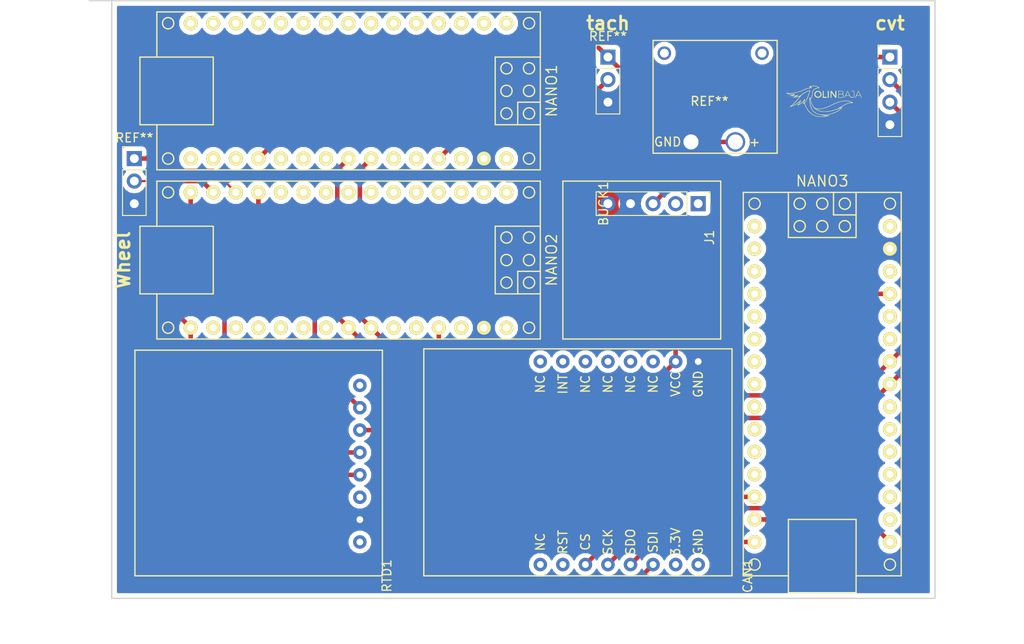
<source format=kicad_pcb>
(kicad_pcb (version 20171130) (host pcbnew 6.0.0-rc1-unknown-7c960aa~66~ubuntu18.04.1)

  (general
    (thickness 1.6)
    (drawings 7)
    (tracks 126)
    (zones 0)
    (modules 11)
    (nets 98)
  )

  (page A4)
  (layers
    (0 F.Cu signal)
    (31 B.Cu signal)
    (32 B.Adhes user)
    (33 F.Adhes user)
    (34 B.Paste user)
    (35 F.Paste user)
    (36 B.SilkS user)
    (37 F.SilkS user)
    (38 B.Mask user)
    (39 F.Mask user)
    (40 Dwgs.User user)
    (41 Cmts.User user)
    (42 Eco1.User user)
    (43 Eco2.User user)
    (44 Edge.Cuts user)
    (45 Margin user)
    (46 B.CrtYd user)
    (47 F.CrtYd user)
    (48 B.Fab user)
    (49 F.Fab user)
  )

  (setup
    (last_trace_width 0.508)
    (trace_clearance 0.2)
    (zone_clearance 0.508)
    (zone_45_only no)
    (trace_min 0.2)
    (via_size 0.8)
    (via_drill 0.4)
    (via_min_size 0.4)
    (via_min_drill 0.3)
    (uvia_size 0.3)
    (uvia_drill 0.1)
    (uvias_allowed no)
    (uvia_min_size 0.2)
    (uvia_min_drill 0.1)
    (edge_width 0.15)
    (segment_width 0.2)
    (pcb_text_width 0.3)
    (pcb_text_size 1.5 1.5)
    (mod_edge_width 0.15)
    (mod_text_size 1 1)
    (mod_text_width 0.15)
    (pad_size 1.7 1.7)
    (pad_drill 1)
    (pad_to_mask_clearance 0.051)
    (solder_mask_min_width 0.25)
    (aux_axis_origin 0 0)
    (visible_elements 7FFFFFFF)
    (pcbplotparams
      (layerselection 0x010fc_ffffffff)
      (usegerberextensions false)
      (usegerberattributes false)
      (usegerberadvancedattributes false)
      (creategerberjobfile false)
      (excludeedgelayer true)
      (linewidth 0.100000)
      (plotframeref false)
      (viasonmask false)
      (mode 1)
      (useauxorigin false)
      (hpglpennumber 1)
      (hpglpenspeed 20)
      (hpglpendiameter 15.000000)
      (psnegative false)
      (psa4output false)
      (plotreference true)
      (plotvalue true)
      (plotinvisibletext false)
      (padsonsilk false)
      (subtractmaskfromsilk false)
      (outputformat 1)
      (mirror false)
      (drillshape 1)
      (scaleselection 1)
      (outputdirectory ""))
  )

  (net 0 "")
  (net 1 /VIN)
  (net 2 /GND)
  (net 3 /VCC)
  (net 4 /A5)
  (net 5 /A4)
  (net 6 /A0)
  (net 7 /D10)
  (net 8 /3V3)
  (net 9 /CLK)
  (net 10 /SDI)
  (net 11 /SCK)
  (net 12 "Net-(BUCK1-Pad1)")
  (net 13 "Net-(BUCK1-Pad2)")
  (net 14 "Net-(NANO1-Pad30)")
  (net 15 "Net-(NANO1-Pad1)")
  (net 16 "Net-(NANO1-Pad2)")
  (net 17 "Net-(NANO1-Pad28)")
  (net 18 "Net-(NANO1-Pad3)")
  (net 19 "Net-(NANO1-Pad4)")
  (net 20 "Net-(NANO1-Pad26)")
  (net 21 "Net-(NANO1-Pad5)")
  (net 22 "Net-(NANO1-Pad25)")
  (net 23 "Net-(NANO1-Pad6)")
  (net 24 "Net-(NANO1-Pad7)")
  (net 25 "Net-(NANO1-Pad8)")
  (net 26 "Net-(NANO1-Pad22)")
  (net 27 "Net-(NANO1-Pad9)")
  (net 28 "Net-(NANO1-Pad21)")
  (net 29 "Net-(NANO1-Pad10)")
  (net 30 "Net-(NANO1-Pad20)")
  (net 31 "Net-(NANO1-Pad11)")
  (net 32 "Net-(NANO1-Pad12)")
  (net 33 "Net-(NANO1-Pad18)")
  (net 34 "Net-(NANO1-Pad13)")
  (net 35 "Net-(NANO1-Pad17)")
  (net 36 "Net-(NANO1-Pad14)")
  (net 37 "Net-(NANO1-Pad16)")
  (net 38 "Net-(NANO1-Pad15)")
  (net 39 "Net-(NANO2-Pad30)")
  (net 40 "Net-(NANO2-Pad1)")
  (net 41 "Net-(NANO2-Pad2)")
  (net 42 "Net-(NANO2-Pad28)")
  (net 43 "Net-(NANO2-Pad3)")
  (net 44 "Net-(NANO2-Pad4)")
  (net 45 "Net-(NANO2-Pad26)")
  (net 46 "Net-(NANO2-Pad5)")
  (net 47 "Net-(NANO2-Pad25)")
  (net 48 "Net-(NANO2-Pad6)")
  (net 49 "Net-(NANO2-Pad7)")
  (net 50 "Net-(NANO2-Pad8)")
  (net 51 "Net-(NANO2-Pad22)")
  (net 52 "Net-(NANO2-Pad9)")
  (net 53 "Net-(NANO2-Pad21)")
  (net 54 "Net-(NANO2-Pad10)")
  (net 55 "Net-(NANO2-Pad20)")
  (net 56 "Net-(NANO2-Pad19)")
  (net 57 "Net-(NANO2-Pad18)")
  (net 58 "Net-(NANO2-Pad17)")
  (net 59 "Net-(NANO3-Pad17)")
  (net 60 "Net-(NANO3-Pad18)")
  (net 61 "Net-(NANO3-Pad12)")
  (net 62 "Net-(NANO3-Pad19)")
  (net 63 "Net-(NANO3-Pad20)")
  (net 64 "Net-(NANO3-Pad10)")
  (net 65 "Net-(NANO3-Pad21)")
  (net 66 "Net-(NANO3-Pad9)")
  (net 67 "Net-(NANO3-Pad22)")
  (net 68 "Net-(NANO3-Pad8)")
  (net 69 "Net-(NANO3-Pad7)")
  (net 70 "Net-(NANO3-Pad6)")
  (net 71 "Net-(NANO3-Pad25)")
  (net 72 "Net-(NANO3-Pad5)")
  (net 73 "Net-(NANO3-Pad26)")
  (net 74 "Net-(NANO3-Pad4)")
  (net 75 "Net-(NANO3-Pad3)")
  (net 76 "Net-(NANO3-Pad28)")
  (net 77 "Net-(NANO3-Pad2)")
  (net 78 "Net-(NANO3-Pad1)")
  (net 79 "Net-(NANO3-Pad30)")
  (net 80 "Net-(NANO2-Pad11)")
  (net 81 "Net-(RTD1-Pad3)")
  (net 82 "Net-(RTD1-Pad8)")
  (net 83 "Net-(CAN1-Pad8)")
  (net 84 "Net-(CAN1-Pad7)")
  (net 85 "Net-(CAN1-Pad1)")
  (net 86 "Net-(CAN1-Pad9)")
  (net 87 "Net-(CAN1-Pad10)")
  (net 88 "Net-(CAN1-Pad11)")
  (net 89 "Net-(CAN1-Pad12)")
  (net 90 "Net-(CAN1-Pad13)")
  (net 91 "Net-(CAN1-Pad14)")
  (net 92 /IN)
  (net 93 /CSrtd)
  (net 94 /SDOrtd)
  (net 95 /SDOcan)
  (net 96 /CScan)
  (net 97 "Net-(NANO3-Pad11)")

  (net_class Default "This is the default net class."
    (clearance 0.2)
    (trace_width 0.508)
    (via_dia 0.8)
    (via_drill 0.4)
    (uvia_dia 0.3)
    (uvia_drill 0.1)
    (add_net /3V3)
    (add_net /A0)
    (add_net /A4)
    (add_net /A5)
    (add_net /CLK)
    (add_net /CScan)
    (add_net /CSrtd)
    (add_net /D10)
    (add_net /GND)
    (add_net /IN)
    (add_net /SCK)
    (add_net /SDI)
    (add_net /SDOcan)
    (add_net /SDOrtd)
    (add_net /VCC)
    (add_net /VIN)
    (add_net "Net-(BUCK1-Pad1)")
    (add_net "Net-(BUCK1-Pad2)")
    (add_net "Net-(CAN1-Pad1)")
    (add_net "Net-(CAN1-Pad10)")
    (add_net "Net-(CAN1-Pad11)")
    (add_net "Net-(CAN1-Pad12)")
    (add_net "Net-(CAN1-Pad13)")
    (add_net "Net-(CAN1-Pad14)")
    (add_net "Net-(CAN1-Pad7)")
    (add_net "Net-(CAN1-Pad8)")
    (add_net "Net-(CAN1-Pad9)")
    (add_net "Net-(NANO1-Pad1)")
    (add_net "Net-(NANO1-Pad10)")
    (add_net "Net-(NANO1-Pad11)")
    (add_net "Net-(NANO1-Pad12)")
    (add_net "Net-(NANO1-Pad13)")
    (add_net "Net-(NANO1-Pad14)")
    (add_net "Net-(NANO1-Pad15)")
    (add_net "Net-(NANO1-Pad16)")
    (add_net "Net-(NANO1-Pad17)")
    (add_net "Net-(NANO1-Pad18)")
    (add_net "Net-(NANO1-Pad2)")
    (add_net "Net-(NANO1-Pad20)")
    (add_net "Net-(NANO1-Pad21)")
    (add_net "Net-(NANO1-Pad22)")
    (add_net "Net-(NANO1-Pad25)")
    (add_net "Net-(NANO1-Pad26)")
    (add_net "Net-(NANO1-Pad28)")
    (add_net "Net-(NANO1-Pad3)")
    (add_net "Net-(NANO1-Pad30)")
    (add_net "Net-(NANO1-Pad4)")
    (add_net "Net-(NANO1-Pad5)")
    (add_net "Net-(NANO1-Pad6)")
    (add_net "Net-(NANO1-Pad7)")
    (add_net "Net-(NANO1-Pad8)")
    (add_net "Net-(NANO1-Pad9)")
    (add_net "Net-(NANO2-Pad1)")
    (add_net "Net-(NANO2-Pad10)")
    (add_net "Net-(NANO2-Pad11)")
    (add_net "Net-(NANO2-Pad17)")
    (add_net "Net-(NANO2-Pad18)")
    (add_net "Net-(NANO2-Pad19)")
    (add_net "Net-(NANO2-Pad2)")
    (add_net "Net-(NANO2-Pad20)")
    (add_net "Net-(NANO2-Pad21)")
    (add_net "Net-(NANO2-Pad22)")
    (add_net "Net-(NANO2-Pad25)")
    (add_net "Net-(NANO2-Pad26)")
    (add_net "Net-(NANO2-Pad28)")
    (add_net "Net-(NANO2-Pad3)")
    (add_net "Net-(NANO2-Pad30)")
    (add_net "Net-(NANO2-Pad4)")
    (add_net "Net-(NANO2-Pad5)")
    (add_net "Net-(NANO2-Pad6)")
    (add_net "Net-(NANO2-Pad7)")
    (add_net "Net-(NANO2-Pad8)")
    (add_net "Net-(NANO2-Pad9)")
    (add_net "Net-(NANO3-Pad1)")
    (add_net "Net-(NANO3-Pad10)")
    (add_net "Net-(NANO3-Pad11)")
    (add_net "Net-(NANO3-Pad12)")
    (add_net "Net-(NANO3-Pad17)")
    (add_net "Net-(NANO3-Pad18)")
    (add_net "Net-(NANO3-Pad19)")
    (add_net "Net-(NANO3-Pad2)")
    (add_net "Net-(NANO3-Pad20)")
    (add_net "Net-(NANO3-Pad21)")
    (add_net "Net-(NANO3-Pad22)")
    (add_net "Net-(NANO3-Pad25)")
    (add_net "Net-(NANO3-Pad26)")
    (add_net "Net-(NANO3-Pad28)")
    (add_net "Net-(NANO3-Pad3)")
    (add_net "Net-(NANO3-Pad30)")
    (add_net "Net-(NANO3-Pad4)")
    (add_net "Net-(NANO3-Pad5)")
    (add_net "Net-(NANO3-Pad6)")
    (add_net "Net-(NANO3-Pad7)")
    (add_net "Net-(NANO3-Pad8)")
    (add_net "Net-(NANO3-Pad9)")
    (add_net "Net-(RTD1-Pad3)")
    (add_net "Net-(RTD1-Pad8)")
  )

  (module Pin_Headers:Pin_Header_Straight_1x03_Pitch2.54mm (layer F.Cu) (tedit 5BEB9227) (tstamp 5BEB9C55)
    (at 165.1 39.37)
    (descr "Through hole straight pin header, 1x03, 2.54mm pitch, single row")
    (tags "Through hole pin header THT 1x03 2.54mm single row")
    (fp_text reference REF** (at 0 -2.33) (layer F.SilkS)
      (effects (font (size 1 1) (thickness 0.15)))
    )
    (fp_text value Pin_Header_Straight_1x03_Pitch2.54mm (at 0 7.41) (layer F.Fab)
      (effects (font (size 1 1) (thickness 0.15)))
    )
    (fp_text user %R (at 0 2.54 90) (layer F.Fab)
      (effects (font (size 1 1) (thickness 0.15)))
    )
    (fp_line (start 1.8 -1.8) (end -1.8 -1.8) (layer F.CrtYd) (width 0.05))
    (fp_line (start 1.8 6.85) (end 1.8 -1.8) (layer F.CrtYd) (width 0.05))
    (fp_line (start -1.8 6.85) (end 1.8 6.85) (layer F.CrtYd) (width 0.05))
    (fp_line (start -1.8 -1.8) (end -1.8 6.85) (layer F.CrtYd) (width 0.05))
    (fp_line (start -1.33 -1.33) (end 0 -1.33) (layer F.SilkS) (width 0.12))
    (fp_line (start -1.33 0) (end -1.33 -1.33) (layer F.SilkS) (width 0.12))
    (fp_line (start -1.33 1.27) (end 1.33 1.27) (layer F.SilkS) (width 0.12))
    (fp_line (start 1.33 1.27) (end 1.33 6.41) (layer F.SilkS) (width 0.12))
    (fp_line (start -1.33 1.27) (end -1.33 6.41) (layer F.SilkS) (width 0.12))
    (fp_line (start -1.33 6.41) (end 1.33 6.41) (layer F.SilkS) (width 0.12))
    (fp_line (start -1.27 -0.635) (end -0.635 -1.27) (layer F.Fab) (width 0.1))
    (fp_line (start -1.27 6.35) (end -1.27 -0.635) (layer F.Fab) (width 0.1))
    (fp_line (start 1.27 6.35) (end -1.27 6.35) (layer F.Fab) (width 0.1))
    (fp_line (start 1.27 -1.27) (end 1.27 6.35) (layer F.Fab) (width 0.1))
    (fp_line (start -0.635 -1.27) (end 1.27 -1.27) (layer F.Fab) (width 0.1))
    (pad 3 thru_hole oval (at 0 5.08) (size 1.7 1.7) (drill 1) (layers *.Cu *.Mask)
      (net 2 /GND))
    (pad 2 thru_hole oval (at 0 2.54) (size 1.7 1.7) (drill 1) (layers *.Cu *.Mask)
      (net 7 /D10))
    (pad 1 thru_hole rect (at 0 0) (size 1.7 1.7) (drill 1) (layers *.Cu *.Mask)
      (net 3 /VCC))
    (model ${KISYS3DMOD}/Pin_Headers.3dshapes/Pin_Header_Straight_1x03_Pitch2.54mm.wrl
      (at (xyz 0 0 0))
      (scale (xyz 1 1 1))
      (rotate (xyz 0 0 0))
    )
  )

  (module TestBaja:arduino_nano (layer F.Cu) (tedit 5998B34A) (tstamp 5BDBAE75)
    (at 189.23 31.75 180)
    (path /5BD90424)
    (fp_text reference NANO1 (at -22.86 0 270) (layer F.SilkS)
      (effects (font (size 1.2 1.2) (thickness 0.15)))
    )
    (fp_text value Conn_01x30_Female (at 0 0 180) (layer F.Fab)
      (effects (font (size 1.2 1.2) (thickness 0.15)))
    )
    (fp_line (start 21.59 3.81) (end 21.59 8.89) (layer F.SilkS) (width 0.15))
    (fp_line (start 21.59 -8.89) (end 21.59 -3.81) (layer F.SilkS) (width 0.15))
    (fp_line (start 23.495 -3.81) (end 23.495 3.81) (layer F.SilkS) (width 0.15))
    (fp_line (start 23.495 3.81) (end 15.24 3.81) (layer F.SilkS) (width 0.15))
    (fp_line (start 15.24 3.81) (end 15.24 -3.81) (layer F.SilkS) (width 0.15))
    (fp_line (start 15.24 -3.81) (end 23.495 -3.81) (layer F.SilkS) (width 0.15))
    (fp_circle (center -20.32 0) (end -19.685 0) (layer F.SilkS) (width 0.15))
    (fp_circle (center -20.32 2.54) (end -19.685 2.54) (layer F.SilkS) (width 0.15))
    (fp_circle (center -17.78 2.54) (end -17.145 2.54) (layer F.SilkS) (width 0.15))
    (fp_circle (center -17.78 0) (end -17.145 0) (layer F.SilkS) (width 0.15))
    (fp_circle (center -17.78 -2.54) (end -17.145 -2.54) (layer F.SilkS) (width 0.15))
    (fp_circle (center -20.32 -2.54) (end -20.32 -1.905) (layer F.SilkS) (width 0.15))
    (fp_circle (center 20.32 7.62) (end 20.955 7.62) (layer F.SilkS) (width 0.15))
    (fp_circle (center 20.32 -7.62) (end 20.955 -7.62) (layer F.SilkS) (width 0.15))
    (fp_circle (center -20.32 7.62) (end -19.685 7.62) (layer F.SilkS) (width 0.15))
    (fp_circle (center -20.32 -7.62) (end -19.685 -7.62) (layer F.SilkS) (width 0.15))
    (fp_line (start -19.05 -3.81) (end -19.05 -1.27) (layer F.SilkS) (width 0.15))
    (fp_line (start -19.05 -1.27) (end -21.59 -1.27) (layer F.SilkS) (width 0.15))
    (fp_line (start -16.51 -3.81) (end -21.59 -3.81) (layer F.SilkS) (width 0.15))
    (fp_line (start -21.59 3.81) (end -16.51 3.81) (layer F.SilkS) (width 0.15))
    (fp_line (start -16.51 3.81) (end -16.51 -3.81) (layer F.SilkS) (width 0.15))
    (fp_line (start -21.59 -8.89) (end -21.59 8.89) (layer F.SilkS) (width 0.15))
    (fp_line (start -21.59 8.89) (end 21.59 8.89) (layer F.SilkS) (width 0.15))
    (fp_line (start 21.59 -8.89) (end -21.59 -8.89) (layer F.SilkS) (width 0.15))
    (pad 30 thru_hole circle (at -17.78 -7.62 180) (size 1.5748 1.5748) (drill 0.8) (layers *.Cu *.Mask F.SilkS)
      (net 14 "Net-(NANO1-Pad30)"))
    (pad 1 thru_hole circle (at -17.78 7.62 180) (size 1.5748 1.5748) (drill 0.8) (layers *.Cu *.Mask F.SilkS)
      (net 15 "Net-(NANO1-Pad1)"))
    (pad 29 thru_hole circle (at -15.24 -7.62 180) (size 1.5748 1.5748) (drill 0.8) (layers *.Cu *.Mask F.SilkS)
      (net 2 /GND))
    (pad 2 thru_hole circle (at -15.24 7.62 180) (size 1.5748 1.5748) (drill 0.8) (layers *.Cu *.Mask F.SilkS)
      (net 16 "Net-(NANO1-Pad2)"))
    (pad 28 thru_hole circle (at -12.7 -7.62 180) (size 1.5748 1.5748) (drill 0.8) (layers *.Cu *.Mask F.SilkS)
      (net 17 "Net-(NANO1-Pad28)"))
    (pad 3 thru_hole circle (at -12.7 7.62 180) (size 1.5748 1.5748) (drill 0.8) (layers *.Cu *.Mask F.SilkS)
      (net 18 "Net-(NANO1-Pad3)"))
    (pad 27 thru_hole circle (at -10.16 -7.62 180) (size 1.5748 1.5748) (drill 0.8) (layers *.Cu *.Mask F.SilkS)
      (net 3 /VCC))
    (pad 4 thru_hole circle (at -10.16 7.62 180) (size 1.5748 1.5748) (drill 0.8) (layers *.Cu *.Mask F.SilkS)
      (net 19 "Net-(NANO1-Pad4)"))
    (pad 26 thru_hole circle (at -7.62 -7.62 180) (size 1.5748 1.5748) (drill 0.8) (layers *.Cu *.Mask F.SilkS)
      (net 20 "Net-(NANO1-Pad26)"))
    (pad 5 thru_hole circle (at -7.62 7.62 180) (size 1.5748 1.5748) (drill 0.8) (layers *.Cu *.Mask F.SilkS)
      (net 21 "Net-(NANO1-Pad5)"))
    (pad 25 thru_hole circle (at -5.08 -7.62 180) (size 1.5748 1.5748) (drill 0.8) (layers *.Cu *.Mask F.SilkS)
      (net 22 "Net-(NANO1-Pad25)"))
    (pad 6 thru_hole circle (at -5.08 7.62 180) (size 1.5748 1.5748) (drill 0.8) (layers *.Cu *.Mask F.SilkS)
      (net 23 "Net-(NANO1-Pad6)"))
    (pad 24 thru_hole circle (at -2.54 -7.62 180) (size 1.5748 1.5748) (drill 0.8) (layers *.Cu *.Mask F.SilkS)
      (net 4 /A5))
    (pad 7 thru_hole circle (at -2.54 7.62 180) (size 1.5748 1.5748) (drill 0.8) (layers *.Cu *.Mask F.SilkS)
      (net 24 "Net-(NANO1-Pad7)"))
    (pad 23 thru_hole circle (at 0 -7.62 180) (size 1.5748 1.5748) (drill 0.8) (layers *.Cu *.Mask F.SilkS)
      (net 5 /A4))
    (pad 8 thru_hole circle (at 0 7.62 180) (size 1.5748 1.5748) (drill 0.8) (layers *.Cu *.Mask F.SilkS)
      (net 25 "Net-(NANO1-Pad8)"))
    (pad 22 thru_hole circle (at 2.54 -7.62 180) (size 1.5748 1.5748) (drill 0.8) (layers *.Cu *.Mask F.SilkS)
      (net 26 "Net-(NANO1-Pad22)"))
    (pad 9 thru_hole circle (at 2.54 7.62 180) (size 1.5748 1.5748) (drill 0.8) (layers *.Cu *.Mask F.SilkS)
      (net 27 "Net-(NANO1-Pad9)"))
    (pad 21 thru_hole circle (at 5.08 -7.62 180) (size 1.5748 1.5748) (drill 0.8) (layers *.Cu *.Mask F.SilkS)
      (net 28 "Net-(NANO1-Pad21)"))
    (pad 10 thru_hole circle (at 5.08 7.62 180) (size 1.5748 1.5748) (drill 0.8) (layers *.Cu *.Mask F.SilkS)
      (net 29 "Net-(NANO1-Pad10)"))
    (pad 20 thru_hole circle (at 7.62 -7.62 180) (size 1.5748 1.5748) (drill 0.8) (layers *.Cu *.Mask F.SilkS)
      (net 30 "Net-(NANO1-Pad20)"))
    (pad 11 thru_hole circle (at 7.62 7.62 180) (size 1.5748 1.5748) (drill 0.8) (layers *.Cu *.Mask F.SilkS)
      (net 31 "Net-(NANO1-Pad11)"))
    (pad 19 thru_hole circle (at 10.16 -7.62 180) (size 1.5748 1.5748) (drill 0.8) (layers *.Cu *.Mask F.SilkS)
      (net 6 /A0))
    (pad 12 thru_hole circle (at 10.16 7.62 180) (size 1.5748 1.5748) (drill 0.8) (layers *.Cu *.Mask F.SilkS)
      (net 32 "Net-(NANO1-Pad12)"))
    (pad 18 thru_hole circle (at 12.7 -7.62 180) (size 1.5748 1.5748) (drill 0.8) (layers *.Cu *.Mask F.SilkS)
      (net 33 "Net-(NANO1-Pad18)"))
    (pad 13 thru_hole circle (at 12.7 7.62 180) (size 1.5748 1.5748) (drill 0.8) (layers *.Cu *.Mask F.SilkS)
      (net 34 "Net-(NANO1-Pad13)"))
    (pad 17 thru_hole circle (at 15.24 -7.62 180) (size 1.5748 1.5748) (drill 0.8) (layers *.Cu *.Mask F.SilkS)
      (net 35 "Net-(NANO1-Pad17)"))
    (pad 14 thru_hole circle (at 15.24 7.62 180) (size 1.5748 1.5748) (drill 0.8) (layers *.Cu *.Mask F.SilkS)
      (net 36 "Net-(NANO1-Pad14)"))
    (pad 16 thru_hole circle (at 17.78 -7.62 180) (size 1.5748 1.5748) (drill 0.8) (layers *.Cu *.Mask F.SilkS)
      (net 37 "Net-(NANO1-Pad16)"))
    (pad 15 thru_hole circle (at 17.78 7.62 180) (size 1.5748 1.5748) (drill 0.8) (layers *.Cu *.Mask F.SilkS)
      (net 38 "Net-(NANO1-Pad15)"))
  )

  (module TestBaja:arduino_nano (layer F.Cu) (tedit 5BEB7F8A) (tstamp 5BE28222)
    (at 242.57 64.77 270)
    (path /5BDBB034)
    (fp_text reference NANO3 (at -22.86 0) (layer F.SilkS)
      (effects (font (size 1.2 1.2) (thickness 0.15)))
    )
    (fp_text value Conn_01x30_Female (at 0 0 270) (layer F.Fab)
      (effects (font (size 1.2 1.2) (thickness 0.15)))
    )
    (fp_line (start 21.59 -8.89) (end -21.59 -8.89) (layer F.SilkS) (width 0.15))
    (fp_line (start -21.59 8.89) (end 21.59 8.89) (layer F.SilkS) (width 0.15))
    (fp_line (start -21.59 -8.89) (end -21.59 8.89) (layer F.SilkS) (width 0.15))
    (fp_line (start -16.51 3.81) (end -16.51 -3.81) (layer F.SilkS) (width 0.15))
    (fp_line (start -21.59 3.81) (end -16.51 3.81) (layer F.SilkS) (width 0.15))
    (fp_line (start -16.51 -3.81) (end -21.59 -3.81) (layer F.SilkS) (width 0.15))
    (fp_line (start -19.05 -1.27) (end -21.59 -1.27) (layer F.SilkS) (width 0.15))
    (fp_line (start -19.05 -3.81) (end -19.05 -1.27) (layer F.SilkS) (width 0.15))
    (fp_circle (center -20.32 -7.62) (end -19.685 -7.62) (layer F.SilkS) (width 0.15))
    (fp_circle (center -20.32 7.62) (end -19.685 7.62) (layer F.SilkS) (width 0.15))
    (fp_circle (center 20.32 -7.62) (end 20.955 -7.62) (layer F.SilkS) (width 0.15))
    (fp_circle (center 20.32 7.62) (end 20.955 7.62) (layer F.SilkS) (width 0.15))
    (fp_circle (center -20.32 -2.54) (end -20.32 -1.905) (layer F.SilkS) (width 0.15))
    (fp_circle (center -17.78 -2.54) (end -17.145 -2.54) (layer F.SilkS) (width 0.15))
    (fp_circle (center -17.78 0) (end -17.145 0) (layer F.SilkS) (width 0.15))
    (fp_circle (center -17.78 2.54) (end -17.145 2.54) (layer F.SilkS) (width 0.15))
    (fp_circle (center -20.32 2.54) (end -19.685 2.54) (layer F.SilkS) (width 0.15))
    (fp_circle (center -20.32 0) (end -19.685 0) (layer F.SilkS) (width 0.15))
    (fp_line (start 15.24 -3.81) (end 23.495 -3.81) (layer F.SilkS) (width 0.15))
    (fp_line (start 15.24 3.81) (end 15.24 -3.81) (layer F.SilkS) (width 0.15))
    (fp_line (start 23.495 3.81) (end 15.24 3.81) (layer F.SilkS) (width 0.15))
    (fp_line (start 23.495 -3.81) (end 23.495 3.81) (layer F.SilkS) (width 0.15))
    (fp_line (start 21.59 -8.89) (end 21.59 -3.81) (layer F.SilkS) (width 0.15))
    (fp_line (start 21.59 3.81) (end 21.59 8.89) (layer F.SilkS) (width 0.15))
    (pad 15 thru_hole circle (at 17.78 7.62 270) (size 1.5748 1.5748) (drill 0.8) (layers *.Cu *.Mask F.SilkS)
      (net 95 /SDOcan))
    (pad 16 thru_hole circle (at 17.78 -7.62 270) (size 1.5748 1.5748) (drill 0.8) (layers *.Cu *.Mask F.SilkS)
      (net 11 /SCK))
    (pad 14 thru_hole circle (at 15.24 7.62 270) (size 1.5748 1.5748) (drill 0.8) (layers *.Cu *.Mask F.SilkS)
      (net 10 /SDI))
    (pad 17 thru_hole circle (at 15.24 -7.62 270) (size 1.5748 1.5748) (drill 0.8) (layers *.Cu *.Mask F.SilkS)
      (net 59 "Net-(NANO3-Pad17)"))
    (pad 13 thru_hole circle (at 12.7 7.62 270) (size 1.5748 1.5748) (drill 0.8) (layers *.Cu *.Mask F.SilkS)
      (net 96 /CScan))
    (pad 18 thru_hole circle (at 12.7 -7.62 270) (size 1.5748 1.5748) (drill 0.8) (layers *.Cu *.Mask F.SilkS)
      (net 60 "Net-(NANO3-Pad18)"))
    (pad 12 thru_hole circle (at 10.16 7.62 270) (size 1.5748 1.5748) (drill 0.8) (layers *.Cu *.Mask F.SilkS)
      (net 61 "Net-(NANO3-Pad12)"))
    (pad 19 thru_hole circle (at 10.16 -7.62 270) (size 1.5748 1.5748) (drill 0.8) (layers *.Cu *.Mask F.SilkS)
      (net 62 "Net-(NANO3-Pad19)"))
    (pad 11 thru_hole circle (at 7.62 7.62 270) (size 1.5748 1.5748) (drill 0.8) (layers *.Cu *.Mask F.SilkS)
      (net 97 "Net-(NANO3-Pad11)"))
    (pad 20 thru_hole circle (at 7.62 -7.62 270) (size 1.5748 1.5748) (drill 0.8) (layers *.Cu *.Mask F.SilkS)
      (net 63 "Net-(NANO3-Pad20)"))
    (pad 10 thru_hole circle (at 5.08 7.62 270) (size 1.5748 1.5748) (drill 0.8) (layers *.Cu *.Mask F.SilkS)
      (net 64 "Net-(NANO3-Pad10)"))
    (pad 21 thru_hole circle (at 5.08 -7.62 270) (size 1.5748 1.5748) (drill 0.8) (layers *.Cu *.Mask F.SilkS)
      (net 65 "Net-(NANO3-Pad21)"))
    (pad 9 thru_hole circle (at 2.54 7.62 270) (size 1.5748 1.5748) (drill 0.8) (layers *.Cu *.Mask F.SilkS)
      (net 66 "Net-(NANO3-Pad9)"))
    (pad 22 thru_hole circle (at 2.54 -7.62 270) (size 1.5748 1.5748) (drill 0.8) (layers *.Cu *.Mask F.SilkS)
      (net 67 "Net-(NANO3-Pad22)"))
    (pad 8 thru_hole circle (at 0 7.62 270) (size 1.5748 1.5748) (drill 0.8) (layers *.Cu *.Mask F.SilkS)
      (net 68 "Net-(NANO3-Pad8)"))
    (pad 23 thru_hole circle (at 0 -7.62 270) (size 1.5748 1.5748) (drill 0.8) (layers *.Cu *.Mask F.SilkS)
      (net 5 /A4))
    (pad 7 thru_hole circle (at -2.54 7.62 270) (size 1.5748 1.5748) (drill 0.8) (layers *.Cu *.Mask F.SilkS)
      (net 69 "Net-(NANO3-Pad7)"))
    (pad 24 thru_hole circle (at -2.54 -7.62 270) (size 1.5748 1.5748) (drill 0.8) (layers *.Cu *.Mask F.SilkS)
      (net 4 /A5))
    (pad 6 thru_hole circle (at -5.08 7.62 270) (size 1.5748 1.5748) (drill 0.8) (layers *.Cu *.Mask F.SilkS)
      (net 70 "Net-(NANO3-Pad6)"))
    (pad 25 thru_hole circle (at -5.08 -7.62 270) (size 1.5748 1.5748) (drill 0.8) (layers *.Cu *.Mask F.SilkS)
      (net 71 "Net-(NANO3-Pad25)"))
    (pad 5 thru_hole circle (at -7.62 7.62 270) (size 1.5748 1.5748) (drill 0.8) (layers *.Cu *.Mask F.SilkS)
      (net 72 "Net-(NANO3-Pad5)"))
    (pad 26 thru_hole circle (at -7.62 -7.62 270) (size 1.5748 1.5748) (drill 0.8) (layers *.Cu *.Mask F.SilkS)
      (net 73 "Net-(NANO3-Pad26)"))
    (pad 4 thru_hole circle (at -10.16 7.62 270) (size 1.5748 1.5748) (drill 0.8) (layers *.Cu *.Mask F.SilkS)
      (net 74 "Net-(NANO3-Pad4)"))
    (pad 27 thru_hole circle (at -10.16 -7.62 270) (size 1.5748 1.5748) (drill 0.8) (layers *.Cu *.Mask F.SilkS)
      (net 3 /VCC))
    (pad 3 thru_hole circle (at -12.7 7.62 270) (size 1.5748 1.5748) (drill 0.8) (layers *.Cu *.Mask F.SilkS)
      (net 75 "Net-(NANO3-Pad3)"))
    (pad 28 thru_hole circle (at -12.7 -7.62 270) (size 1.5748 1.5748) (drill 0.8) (layers *.Cu *.Mask F.SilkS)
      (net 76 "Net-(NANO3-Pad28)"))
    (pad 2 thru_hole circle (at -15.24 7.62 270) (size 1.5748 1.5748) (drill 0.8) (layers *.Cu *.Mask F.SilkS)
      (net 77 "Net-(NANO3-Pad2)"))
    (pad 29 thru_hole circle (at -15.24 -7.62 270) (size 1.5748 1.5748) (drill 0.8) (layers *.Cu *.Mask F.SilkS)
      (net 2 /GND))
    (pad 1 thru_hole circle (at -17.78 7.62 270) (size 1.5748 1.5748) (drill 0.8) (layers *.Cu *.Mask F.SilkS)
      (net 78 "Net-(NANO3-Pad1)"))
    (pad 30 thru_hole circle (at -17.78 -7.62 270) (size 1.5748 1.5748) (drill 0.8) (layers *.Cu *.Mask F.SilkS)
      (net 79 "Net-(NANO3-Pad30)"))
  )

  (module TestBaja:arduino_nano (layer F.Cu) (tedit 5998B34A) (tstamp 5BDBB453)
    (at 189.23 50.8 180)
    (path /5BDBAFDD)
    (fp_text reference NANO2 (at -22.86 0 270) (layer F.SilkS)
      (effects (font (size 1.2 1.2) (thickness 0.15)))
    )
    (fp_text value Conn_01x30_Female (at 0 0 180) (layer F.Fab)
      (effects (font (size 1.2 1.2) (thickness 0.15)))
    )
    (fp_line (start 21.59 3.81) (end 21.59 8.89) (layer F.SilkS) (width 0.15))
    (fp_line (start 21.59 -8.89) (end 21.59 -3.81) (layer F.SilkS) (width 0.15))
    (fp_line (start 23.495 -3.81) (end 23.495 3.81) (layer F.SilkS) (width 0.15))
    (fp_line (start 23.495 3.81) (end 15.24 3.81) (layer F.SilkS) (width 0.15))
    (fp_line (start 15.24 3.81) (end 15.24 -3.81) (layer F.SilkS) (width 0.15))
    (fp_line (start 15.24 -3.81) (end 23.495 -3.81) (layer F.SilkS) (width 0.15))
    (fp_circle (center -20.32 0) (end -19.685 0) (layer F.SilkS) (width 0.15))
    (fp_circle (center -20.32 2.54) (end -19.685 2.54) (layer F.SilkS) (width 0.15))
    (fp_circle (center -17.78 2.54) (end -17.145 2.54) (layer F.SilkS) (width 0.15))
    (fp_circle (center -17.78 0) (end -17.145 0) (layer F.SilkS) (width 0.15))
    (fp_circle (center -17.78 -2.54) (end -17.145 -2.54) (layer F.SilkS) (width 0.15))
    (fp_circle (center -20.32 -2.54) (end -20.32 -1.905) (layer F.SilkS) (width 0.15))
    (fp_circle (center 20.32 7.62) (end 20.955 7.62) (layer F.SilkS) (width 0.15))
    (fp_circle (center 20.32 -7.62) (end 20.955 -7.62) (layer F.SilkS) (width 0.15))
    (fp_circle (center -20.32 7.62) (end -19.685 7.62) (layer F.SilkS) (width 0.15))
    (fp_circle (center -20.32 -7.62) (end -19.685 -7.62) (layer F.SilkS) (width 0.15))
    (fp_line (start -19.05 -3.81) (end -19.05 -1.27) (layer F.SilkS) (width 0.15))
    (fp_line (start -19.05 -1.27) (end -21.59 -1.27) (layer F.SilkS) (width 0.15))
    (fp_line (start -16.51 -3.81) (end -21.59 -3.81) (layer F.SilkS) (width 0.15))
    (fp_line (start -21.59 3.81) (end -16.51 3.81) (layer F.SilkS) (width 0.15))
    (fp_line (start -16.51 3.81) (end -16.51 -3.81) (layer F.SilkS) (width 0.15))
    (fp_line (start -21.59 -8.89) (end -21.59 8.89) (layer F.SilkS) (width 0.15))
    (fp_line (start -21.59 8.89) (end 21.59 8.89) (layer F.SilkS) (width 0.15))
    (fp_line (start 21.59 -8.89) (end -21.59 -8.89) (layer F.SilkS) (width 0.15))
    (pad 30 thru_hole circle (at -17.78 -7.62 180) (size 1.5748 1.5748) (drill 0.8) (layers *.Cu *.Mask F.SilkS)
      (net 39 "Net-(NANO2-Pad30)"))
    (pad 1 thru_hole circle (at -17.78 7.62 180) (size 1.5748 1.5748) (drill 0.8) (layers *.Cu *.Mask F.SilkS)
      (net 40 "Net-(NANO2-Pad1)"))
    (pad 29 thru_hole circle (at -15.24 -7.62 180) (size 1.5748 1.5748) (drill 0.8) (layers *.Cu *.Mask F.SilkS)
      (net 2 /GND))
    (pad 2 thru_hole circle (at -15.24 7.62 180) (size 1.5748 1.5748) (drill 0.8) (layers *.Cu *.Mask F.SilkS)
      (net 41 "Net-(NANO2-Pad2)"))
    (pad 28 thru_hole circle (at -12.7 -7.62 180) (size 1.5748 1.5748) (drill 0.8) (layers *.Cu *.Mask F.SilkS)
      (net 42 "Net-(NANO2-Pad28)"))
    (pad 3 thru_hole circle (at -12.7 7.62 180) (size 1.5748 1.5748) (drill 0.8) (layers *.Cu *.Mask F.SilkS)
      (net 43 "Net-(NANO2-Pad3)"))
    (pad 27 thru_hole circle (at -10.16 -7.62 180) (size 1.5748 1.5748) (drill 0.8) (layers *.Cu *.Mask F.SilkS)
      (net 3 /VCC))
    (pad 4 thru_hole circle (at -10.16 7.62 180) (size 1.5748 1.5748) (drill 0.8) (layers *.Cu *.Mask F.SilkS)
      (net 44 "Net-(NANO2-Pad4)"))
    (pad 26 thru_hole circle (at -7.62 -7.62 180) (size 1.5748 1.5748) (drill 0.8) (layers *.Cu *.Mask F.SilkS)
      (net 45 "Net-(NANO2-Pad26)"))
    (pad 5 thru_hole circle (at -7.62 7.62 180) (size 1.5748 1.5748) (drill 0.8) (layers *.Cu *.Mask F.SilkS)
      (net 46 "Net-(NANO2-Pad5)"))
    (pad 25 thru_hole circle (at -5.08 -7.62 180) (size 1.5748 1.5748) (drill 0.8) (layers *.Cu *.Mask F.SilkS)
      (net 47 "Net-(NANO2-Pad25)"))
    (pad 6 thru_hole circle (at -5.08 7.62 180) (size 1.5748 1.5748) (drill 0.8) (layers *.Cu *.Mask F.SilkS)
      (net 48 "Net-(NANO2-Pad6)"))
    (pad 24 thru_hole circle (at -2.54 -7.62 180) (size 1.5748 1.5748) (drill 0.8) (layers *.Cu *.Mask F.SilkS)
      (net 4 /A5))
    (pad 7 thru_hole circle (at -2.54 7.62 180) (size 1.5748 1.5748) (drill 0.8) (layers *.Cu *.Mask F.SilkS)
      (net 49 "Net-(NANO2-Pad7)"))
    (pad 23 thru_hole circle (at 0 -7.62 180) (size 1.5748 1.5748) (drill 0.8) (layers *.Cu *.Mask F.SilkS)
      (net 5 /A4))
    (pad 8 thru_hole circle (at 0 7.62 180) (size 1.5748 1.5748) (drill 0.8) (layers *.Cu *.Mask F.SilkS)
      (net 50 "Net-(NANO2-Pad8)"))
    (pad 22 thru_hole circle (at 2.54 -7.62 180) (size 1.5748 1.5748) (drill 0.8) (layers *.Cu *.Mask F.SilkS)
      (net 51 "Net-(NANO2-Pad22)"))
    (pad 9 thru_hole circle (at 2.54 7.62 180) (size 1.5748 1.5748) (drill 0.8) (layers *.Cu *.Mask F.SilkS)
      (net 52 "Net-(NANO2-Pad9)"))
    (pad 21 thru_hole circle (at 5.08 -7.62 180) (size 1.5748 1.5748) (drill 0.8) (layers *.Cu *.Mask F.SilkS)
      (net 53 "Net-(NANO2-Pad21)"))
    (pad 10 thru_hole circle (at 5.08 7.62 180) (size 1.5748 1.5748) (drill 0.8) (layers *.Cu *.Mask F.SilkS)
      (net 54 "Net-(NANO2-Pad10)"))
    (pad 20 thru_hole circle (at 7.62 -7.62 180) (size 1.5748 1.5748) (drill 0.8) (layers *.Cu *.Mask F.SilkS)
      (net 55 "Net-(NANO2-Pad20)"))
    (pad 11 thru_hole circle (at 7.62 7.62 180) (size 1.5748 1.5748) (drill 0.8) (layers *.Cu *.Mask F.SilkS)
      (net 80 "Net-(NANO2-Pad11)"))
    (pad 19 thru_hole circle (at 10.16 -7.62 180) (size 1.5748 1.5748) (drill 0.8) (layers *.Cu *.Mask F.SilkS)
      (net 56 "Net-(NANO2-Pad19)"))
    (pad 12 thru_hole circle (at 10.16 7.62 180) (size 1.5748 1.5748) (drill 0.8) (layers *.Cu *.Mask F.SilkS)
      (net 93 /CSrtd))
    (pad 18 thru_hole circle (at 12.7 -7.62 180) (size 1.5748 1.5748) (drill 0.8) (layers *.Cu *.Mask F.SilkS)
      (net 57 "Net-(NANO2-Pad18)"))
    (pad 13 thru_hole circle (at 12.7 7.62 180) (size 1.5748 1.5748) (drill 0.8) (layers *.Cu *.Mask F.SilkS)
      (net 7 /D10))
    (pad 17 thru_hole circle (at 15.24 -7.62 180) (size 1.5748 1.5748) (drill 0.8) (layers *.Cu *.Mask F.SilkS)
      (net 58 "Net-(NANO2-Pad17)"))
    (pad 14 thru_hole circle (at 15.24 7.62 180) (size 1.5748 1.5748) (drill 0.8) (layers *.Cu *.Mask F.SilkS)
      (net 9 /CLK))
    (pad 16 thru_hole circle (at 17.78 -7.62 180) (size 1.5748 1.5748) (drill 0.8) (layers *.Cu *.Mask F.SilkS)
      (net 9 /CLK))
    (pad 15 thru_hole circle (at 17.78 7.62 180) (size 1.5748 1.5748) (drill 0.8) (layers *.Cu *.Mask F.SilkS)
      (net 94 /SDOrtd))
  )

  (module TestBaja:Buck_module (layer F.Cu) (tedit 5BDBAC0B) (tstamp 5BDBAECB)
    (at 213.36 41.91 270)
    (path /5BDBB2FB)
    (fp_text reference BUCK1 (at 2.54 -4.58 270) (layer F.SilkS)
      (effects (font (size 1 1) (thickness 0.15)))
    )
    (fp_text value Conn_01x05_Female (at 0 -10.16) (layer F.Fab)
      (effects (font (size 1 1) (thickness 0.15)))
    )
    (fp_text user %R (at 2.54 -10.16) (layer F.Fab)
      (effects (font (size 1 1) (thickness 0.15)))
    )
    (fp_text user J1 (at 6.35 -16.51 270) (layer F.SilkS)
      (effects (font (size 1 1) (thickness 0.15)))
    )
    (fp_line (start 0.74 -3.29) (end 4.34 -3.29) (layer F.CrtYd) (width 0.05))
    (fp_line (start 1.905 -16.51) (end 3.81 -16.51) (layer F.Fab) (width 0.1))
    (fp_line (start 1.21 -13.97) (end 3.87 -13.97) (layer F.SilkS) (width 0.12))
    (fp_line (start 1.21 -13.97) (end 1.21 -3.75) (layer F.SilkS) (width 0.12))
    (fp_line (start 1.27 -3.81) (end 1.27 -15.875) (layer F.Fab) (width 0.1))
    (fp_line (start 4.34 -3.29) (end 4.34 -17.04) (layer F.CrtYd) (width 0.05))
    (fp_line (start 0.74 -17.04) (end 0.74 -3.29) (layer F.CrtYd) (width 0.05))
    (fp_line (start 3.87 -13.97) (end 3.87 -3.75) (layer F.SilkS) (width 0.12))
    (fp_line (start 3.81 -16.51) (end 3.81 -3.81) (layer F.Fab) (width 0.1))
    (fp_line (start 1.27 -15.875) (end 1.905 -16.51) (layer F.Fab) (width 0.1))
    (fp_line (start 4.34 -17.04) (end 0.74 -17.04) (layer F.CrtYd) (width 0.05))
    (fp_line (start 1.21 -15.24) (end 1.21 -16.57) (layer F.SilkS) (width 0.12))
    (fp_line (start 1.21 -3.75) (end 3.87 -3.75) (layer F.SilkS) (width 0.12))
    (fp_line (start 3.81 -3.81) (end 1.27 -3.81) (layer F.Fab) (width 0.1))
    (fp_line (start 1.21 -16.57) (end 2.54 -16.57) (layer F.SilkS) (width 0.12))
    (fp_line (start 0 -17.78) (end 17.78 -17.78) (layer F.SilkS) (width 0.15))
    (fp_line (start 17.78 -17.78) (end 17.78 0) (layer F.SilkS) (width 0.15))
    (fp_line (start 17.78 0) (end 0 0) (layer F.SilkS) (width 0.15))
    (fp_line (start 0 0) (end 0 -17.78) (layer F.SilkS) (width 0.15))
    (pad 5 thru_hole oval (at 2.54 -5.08 270) (size 1.7 1.7) (drill 1) (layers *.Cu *.Mask)
      (net 3 /VCC))
    (pad 3 thru_hole oval (at 2.54 -10.16 270) (size 1.7 1.7) (drill 1) (layers *.Cu *.Mask)
      (net 92 /IN))
    (pad 1 thru_hole rect (at 2.54 -15.24 270) (size 1.7 1.7) (drill 1) (layers *.Cu *.Mask)
      (net 12 "Net-(BUCK1-Pad1)"))
    (pad 4 thru_hole oval (at 2.54 -7.62 270) (size 1.7 1.7) (drill 1) (layers *.Cu *.Mask)
      (net 2 /GND))
    (pad 2 thru_hole oval (at 2.54 -12.7 270) (size 1.7 1.7) (drill 1) (layers *.Cu *.Mask)
      (net 13 "Net-(BUCK1-Pad2)"))
  )

  (module TestBaja:CAN_Module (layer F.Cu) (tedit 5BEB7F7F) (tstamp 5BDBAEAD)
    (at 232.41 86.36 90)
    (path /5BD90B2E)
    (fp_text reference CAN1 (at 0 1.77 90) (layer F.SilkS)
      (effects (font (size 1 1) (thickness 0.15)))
    )
    (fp_text value Conn_01x16_Female (at 0 0.77 90) (layer F.Fab)
      (effects (font (size 1 1) (thickness 0.15)))
    )
    (fp_text user GND (at 21.59 -3.81 90) (layer F.SilkS)
      (effects (font (size 1 1) (thickness 0.15)))
    )
    (fp_text user VCC (at 21.59 -6.35 90) (layer F.SilkS)
      (effects (font (size 1 1) (thickness 0.15)))
    )
    (fp_text user NC (at 21.59 -8.89 90) (layer F.SilkS)
      (effects (font (size 1 1) (thickness 0.15)))
    )
    (fp_text user NC (at 21.59 -11.43 90) (layer F.SilkS)
      (effects (font (size 1 1) (thickness 0.15)))
    )
    (fp_text user NC (at 21.59 -13.97 90) (layer F.SilkS)
      (effects (font (size 1 1) (thickness 0.15)))
    )
    (fp_text user NC (at 21.59 -16.51 90) (layer F.SilkS)
      (effects (font (size 1 1) (thickness 0.15)))
    )
    (fp_text user INT (at 21.59 -19.05 90) (layer F.SilkS)
      (effects (font (size 1 1) (thickness 0.15)))
    )
    (fp_text user NC (at 21.59 -21.59 90) (layer F.SilkS)
      (effects (font (size 1 1) (thickness 0.15)))
    )
    (fp_text user GND (at 3.81 -3.81 90) (layer F.SilkS)
      (effects (font (size 1 1) (thickness 0.15)))
    )
    (fp_text user 3.3V (at 3.81 -6.35 90) (layer F.SilkS)
      (effects (font (size 1 1) (thickness 0.15)))
    )
    (fp_text user SDI (at 3.81 -8.89 90) (layer F.SilkS)
      (effects (font (size 1 1) (thickness 0.15)))
    )
    (fp_text user SDO (at 3.81 -11.43 90) (layer F.SilkS)
      (effects (font (size 1 1) (thickness 0.15)))
    )
    (fp_text user SCK (at 3.81 -13.97 90) (layer F.SilkS)
      (effects (font (size 1 1) (thickness 0.15)))
    )
    (fp_text user CS (at 3.81 -16.51 90) (layer F.SilkS)
      (effects (font (size 1 1) (thickness 0.15)))
    )
    (fp_text user RST (at 3.81 -19.05 90) (layer F.SilkS)
      (effects (font (size 1 1) (thickness 0.15)))
    )
    (fp_text user NC (at 3.81 -21.59 90) (layer F.SilkS)
      (effects (font (size 1 1) (thickness 0.15)))
    )
    (fp_line (start 0 -34.71) (end 25.56 -34.71) (layer F.SilkS) (width 0.15))
    (fp_line (start 25.56 -34.71) (end 25.56 0) (layer F.SilkS) (width 0.15))
    (fp_line (start 0 0) (end 25.56 0) (layer F.SilkS) (width 0.15))
    (fp_line (start 0 0) (end 0 -34.71) (layer F.SilkS) (width 0.15))
    (pad 8 thru_hole circle (at 1.27 -21.59 90) (size 1.524 1.524) (drill 0.762) (layers *.Cu *.Mask)
      (net 83 "Net-(CAN1-Pad8)"))
    (pad 7 thru_hole circle (at 1.27 -19.05 90) (size 1.524 1.524) (drill 0.762) (layers *.Cu *.Mask)
      (net 84 "Net-(CAN1-Pad7)"))
    (pad 6 thru_hole circle (at 1.27 -16.51 90) (size 1.524 1.524) (drill 0.762) (layers *.Cu *.Mask)
      (net 96 /CScan))
    (pad 5 thru_hole circle (at 1.27 -13.97 90) (size 1.524 1.524) (drill 0.762) (layers *.Cu *.Mask)
      (net 11 /SCK))
    (pad 4 thru_hole circle (at 1.27 -11.43 90) (size 1.524 1.524) (drill 0.762) (layers *.Cu *.Mask)
      (net 95 /SDOcan))
    (pad 3 thru_hole circle (at 1.27 -8.89 90) (size 1.524 1.524) (drill 0.762) (layers *.Cu *.Mask)
      (net 10 /SDI))
    (pad 2 thru_hole circle (at 1.27 -6.35 90) (size 1.524 1.524) (drill 0.762) (layers *.Cu *.Mask)
      (net 8 /3V3))
    (pad 1 thru_hole circle (at 1.27 -3.81 90) (size 1.524 1.524) (drill 0.762) (layers *.Cu *.Mask)
      (net 85 "Net-(CAN1-Pad1)"))
    (pad 9 thru_hole circle (at 24.13 -21.59 90) (size 1.524 1.524) (drill 0.762) (layers *.Cu *.Mask)
      (net 86 "Net-(CAN1-Pad9)"))
    (pad 10 thru_hole circle (at 24.13 -19.05 90) (size 1.524 1.524) (drill 0.762) (layers *.Cu *.Mask)
      (net 87 "Net-(CAN1-Pad10)"))
    (pad 11 thru_hole circle (at 24.13 -16.51 90) (size 1.524 1.524) (drill 0.762) (layers *.Cu *.Mask)
      (net 88 "Net-(CAN1-Pad11)"))
    (pad 12 thru_hole circle (at 24.13 -13.97 90) (size 1.524 1.524) (drill 0.762) (layers *.Cu *.Mask)
      (net 89 "Net-(CAN1-Pad12)"))
    (pad 13 thru_hole circle (at 24.13 -11.43 90) (size 1.524 1.524) (drill 0.762) (layers *.Cu *.Mask)
      (net 90 "Net-(CAN1-Pad13)"))
    (pad 14 thru_hole circle (at 24.13 -8.89 90) (size 1.524 1.524) (drill 0.762) (layers *.Cu *.Mask)
      (net 91 "Net-(CAN1-Pad14)"))
    (pad 15 thru_hole circle (at 24.13 -6.35 90) (size 1.524 1.524) (drill 0.762) (layers *.Cu *.Mask)
      (net 3 /VCC))
    (pad 16 thru_hole circle (at 24.13 -3.81 90) (size 1.524 1.524) (drill 0.762) (layers *.Cu *.Mask)
      (net 2 /GND))
  )

  (module TestBaja:RTD (layer F.Cu) (tedit 5BDBA2D5) (tstamp 5BDBAE85)
    (at 193.04 86.36 90)
    (path /5BD9076A)
    (fp_text reference RTD1 (at 0 0.5 90) (layer F.SilkS)
      (effects (font (size 1 1) (thickness 0.15)))
    )
    (fp_text value Conn_01x08_Female (at 0 -0.5 90) (layer F.Fab)
      (effects (font (size 1 1) (thickness 0.15)))
    )
    (fp_line (start 0 0) (end 0 -27.87) (layer F.SilkS) (width 0.15))
    (fp_line (start 0 -27.87) (end 25.41 -27.87) (layer F.SilkS) (width 0.15))
    (fp_line (start 25.41 -27.87) (end 25.41 0) (layer F.SilkS) (width 0.15))
    (fp_line (start 25.41 0) (end 0 0) (layer F.SilkS) (width 0.15))
    (pad 1 thru_hole circle (at 3.81 -2.54 90) (size 1.524 1.524) (drill 0.762) (layers *.Cu *.Mask)
      (net 1 /VIN))
    (pad 2 thru_hole circle (at 6.33 -2.54 90) (size 1.524 1.524) (drill 0.762) (layers *.Cu *.Mask)
      (net 2 /GND))
    (pad 3 thru_hole circle (at 8.85 -2.54 90) (size 1.524 1.524) (drill 0.762) (layers *.Cu *.Mask)
      (net 81 "Net-(RTD1-Pad3)"))
    (pad 4 thru_hole circle (at 11.37 -2.54 90) (size 1.524 1.524) (drill 0.762) (layers *.Cu *.Mask)
      (net 9 /CLK))
    (pad 5 thru_hole circle (at 13.89 -2.54 90) (size 1.524 1.524) (drill 0.762) (layers *.Cu *.Mask)
      (net 94 /SDOrtd))
    (pad 6 thru_hole circle (at 16.41 -2.54 90) (size 1.524 1.524) (drill 0.762) (layers *.Cu *.Mask)
      (net 10 /SDI))
    (pad 7 thru_hole circle (at 18.93 -2.54 90) (size 1.524 1.524) (drill 0.762) (layers *.Cu *.Mask)
      (net 93 /CSrtd))
    (pad 8 thru_hole circle (at 21.45 -2.54 90) (size 1.524 1.524) (drill 0.762) (layers *.Cu *.Mask)
      (net 82 "Net-(RTD1-Pad8)"))
  )

  (module Pin_Headers:Pin_Header_Straight_1x03_Pitch2.54mm (layer F.Cu) (tedit 5BEB863F) (tstamp 5BEB97BD)
    (at 218.44 27.94)
    (descr "Through hole straight pin header, 1x03, 2.54mm pitch, single row")
    (tags "Through hole pin header THT 1x03 2.54mm single row")
    (fp_text reference REF** (at 0 -2.33) (layer F.SilkS)
      (effects (font (size 1 1) (thickness 0.15)))
    )
    (fp_text value Pin_Header_Straight_1x03_Pitch2.54mm (at 0 7.41) (layer F.Fab)
      (effects (font (size 1 1) (thickness 0.15)))
    )
    (fp_line (start -0.635 -1.27) (end 1.27 -1.27) (layer F.Fab) (width 0.1))
    (fp_line (start 1.27 -1.27) (end 1.27 6.35) (layer F.Fab) (width 0.1))
    (fp_line (start 1.27 6.35) (end -1.27 6.35) (layer F.Fab) (width 0.1))
    (fp_line (start -1.27 6.35) (end -1.27 -0.635) (layer F.Fab) (width 0.1))
    (fp_line (start -1.27 -0.635) (end -0.635 -1.27) (layer F.Fab) (width 0.1))
    (fp_line (start -1.33 6.41) (end 1.33 6.41) (layer F.SilkS) (width 0.12))
    (fp_line (start -1.33 1.27) (end -1.33 6.41) (layer F.SilkS) (width 0.12))
    (fp_line (start 1.33 1.27) (end 1.33 6.41) (layer F.SilkS) (width 0.12))
    (fp_line (start -1.33 1.27) (end 1.33 1.27) (layer F.SilkS) (width 0.12))
    (fp_line (start -1.33 0) (end -1.33 -1.33) (layer F.SilkS) (width 0.12))
    (fp_line (start -1.33 -1.33) (end 0 -1.33) (layer F.SilkS) (width 0.12))
    (fp_line (start -1.8 -1.8) (end -1.8 6.85) (layer F.CrtYd) (width 0.05))
    (fp_line (start -1.8 6.85) (end 1.8 6.85) (layer F.CrtYd) (width 0.05))
    (fp_line (start 1.8 6.85) (end 1.8 -1.8) (layer F.CrtYd) (width 0.05))
    (fp_line (start 1.8 -1.8) (end -1.8 -1.8) (layer F.CrtYd) (width 0.05))
    (fp_text user %R (at 0 2.54 90) (layer F.Fab)
      (effects (font (size 1 1) (thickness 0.15)))
    )
    (pad 1 thru_hole rect (at 0 0) (size 1.7 1.7) (drill 1) (layers *.Cu *.Mask)
      (net 3 /VCC))
    (pad 2 thru_hole oval (at 0 2.54) (size 1.7 1.7) (drill 1) (layers *.Cu *.Mask)
      (net 6 /A0))
    (pad 3 thru_hole oval (at 0 5.08) (size 1.7 1.7) (drill 1) (layers *.Cu *.Mask)
      (net 2 /GND))
    (model ${KISYS3DMOD}/Pin_Headers.3dshapes/Pin_Header_Straight_1x03_Pitch2.54mm.wrl
      (at (xyz 0 0 0))
      (scale (xyz 1 1 1))
      (rotate (xyz 0 0 0))
    )
  )

  (module Pin_Headers:Pin_Header_Straight_1x04_Pitch2.54mm (layer F.Cu) (tedit 5BEB87C1) (tstamp 5BEB9C8C)
    (at 250.19 27.94)
    (descr "Through hole straight pin header, 1x04, 2.54mm pitch, single row")
    (tags "Through hole pin header THT 1x04 2.54mm single row")
    (fp_text reference REF** (at 0 -2.33) (layer F.SilkS) hide
      (effects (font (size 1 1) (thickness 0.15)))
    )
    (fp_text value Pin_Header_Straight_1x04_Pitch2.54mm (at 0 9.95) (layer F.Fab)
      (effects (font (size 1 1) (thickness 0.15)))
    )
    (fp_line (start -0.635 -1.27) (end 1.27 -1.27) (layer F.Fab) (width 0.1))
    (fp_line (start 1.27 -1.27) (end 1.27 8.89) (layer F.Fab) (width 0.1))
    (fp_line (start 1.27 8.89) (end -1.27 8.89) (layer F.Fab) (width 0.1))
    (fp_line (start -1.27 8.89) (end -1.27 -0.635) (layer F.Fab) (width 0.1))
    (fp_line (start -1.27 -0.635) (end -0.635 -1.27) (layer F.Fab) (width 0.1))
    (fp_line (start -1.33 8.95) (end 1.33 8.95) (layer F.SilkS) (width 0.12))
    (fp_line (start -1.33 1.27) (end -1.33 8.95) (layer F.SilkS) (width 0.12))
    (fp_line (start 1.33 1.27) (end 1.33 8.95) (layer F.SilkS) (width 0.12))
    (fp_line (start -1.33 1.27) (end 1.33 1.27) (layer F.SilkS) (width 0.12))
    (fp_line (start -1.33 0) (end -1.33 -1.33) (layer F.SilkS) (width 0.12))
    (fp_line (start -1.33 -1.33) (end 0 -1.33) (layer F.SilkS) (width 0.12))
    (fp_line (start -1.8 -1.8) (end -1.8 9.4) (layer F.CrtYd) (width 0.05))
    (fp_line (start -1.8 9.4) (end 1.8 9.4) (layer F.CrtYd) (width 0.05))
    (fp_line (start 1.8 9.4) (end 1.8 -1.8) (layer F.CrtYd) (width 0.05))
    (fp_line (start 1.8 -1.8) (end -1.8 -1.8) (layer F.CrtYd) (width 0.05))
    (fp_text user %R (at 0 3.81 90) (layer F.Fab)
      (effects (font (size 1 1) (thickness 0.15)))
    )
    (pad 1 thru_hole rect (at 0 0) (size 1.7 1.7) (drill 1) (layers *.Cu *.Mask)
      (net 3 /VCC))
    (pad 2 thru_hole oval (at 0 2.54) (size 1.7 1.7) (drill 1) (layers *.Cu *.Mask)
      (net 5 /A4))
    (pad 3 thru_hole oval (at 0 5.08) (size 1.7 1.7) (drill 1) (layers *.Cu *.Mask)
      (net 4 /A5))
    (pad 4 thru_hole oval (at 0 7.62) (size 1.7 1.7) (drill 1) (layers *.Cu *.Mask)
      (net 2 /GND))
    (model ${KISYS3DMOD}/Pin_Headers.3dshapes/Pin_Header_Straight_1x04_Pitch2.54mm.wrl
      (at (xyz 0 0 0))
      (scale (xyz 1 1 1))
      (rotate (xyz 0 0 0))
    )
  )

  (module TestBaja:DC_Connector (layer F.Cu) (tedit 5BEB8F2D) (tstamp 5BEBDFB4)
    (at 224.79 37.5)
    (fp_text reference REF** (at 5.08 -4.58) (layer F.SilkS)
      (effects (font (size 1 1) (thickness 0.15)))
    )
    (fp_text value DC_Connector (at 5.08 -5.58) (layer F.Fab)
      (effects (font (size 1 1) (thickness 0.15)))
    )
    (fp_text user + (at 10.16 0) (layer F.SilkS)
      (effects (font (size 1 1) (thickness 0.15)))
    )
    (fp_text user GND (at 0.375 0) (layer F.SilkS)
      (effects (font (size 1 1) (thickness 0.15)))
    )
    (fp_line (start -1.27 1.27) (end -1.27 -11.43) (layer F.SilkS) (width 0.15))
    (fp_line (start 12.7 1.27) (end -1.27 1.27) (layer F.SilkS) (width 0.15))
    (fp_line (start 12.7 -11.43) (end 12.7 1.27) (layer F.SilkS) (width 0.15))
    (fp_line (start -1.27 -11.43) (end 12.7 -11.43) (layer F.SilkS) (width 0.15))
    (pad 2 thru_hole circle (at 8 0) (size 2.2 2.2) (drill 1.7) (layers *.Cu *.Mask)
      (net 92 /IN))
    (pad 1 thru_hole circle (at 3 0) (size 2.2 2.2) (drill 1.7) (layers *.Cu *.Mask)
      (net 2 /GND))
    (pad 3 thru_hole circle (at 11 -10) (size 1.524 1.524) (drill 1) (layers *.Cu *.Mask))
    (pad 4 thru_hole circle (at 0 -10) (size 1.524 1.524) (drill 1) (layers *.Cu *.Mask))
  )

  (module TestBaja:Baja_Logo_Tach (layer F.Cu) (tedit 5BE4F0B2) (tstamp 5BEBECD0)
    (at 243.84 33.02)
    (fp_text reference G*** (at 0 0) (layer F.SilkS) hide
      (effects (font (size 1.524 1.524) (thickness 0.3)))
    )
    (fp_text value LOGO (at 0 3.81) (layer F.SilkS) hide
      (effects (font (size 1.524 1.524) (thickness 0.3)))
    )
    (fp_poly (pts (xy 2.814491 -1.255289) (xy 2.836801 -1.214941) (xy 2.868259 -1.153853) (xy 2.906461 -1.077084)
      (xy 2.949004 -0.989692) (xy 2.993484 -0.896737) (xy 3.037499 -0.803277) (xy 3.078644 -0.714372)
      (xy 3.114517 -0.63508) (xy 3.142714 -0.57046) (xy 3.160831 -0.525571) (xy 3.166533 -0.50618)
      (xy 3.160668 -0.488476) (xy 3.144458 -0.499671) (xy 3.119977 -0.537158) (xy 3.089303 -0.598329)
      (xy 3.0842 -0.6096) (xy 3.031199 -0.728133) (xy 2.806766 -0.728044) (xy 2.582333 -0.727956)
      (xy 2.528657 -0.609511) (xy 2.500724 -0.553144) (xy 2.475449 -0.511329) (xy 2.457543 -0.49167)
      (xy 2.455279 -0.491067) (xy 2.440522 -0.501293) (xy 2.441222 -0.507097) (xy 2.457468 -0.548137)
      (xy 2.484175 -0.609851) (xy 2.518959 -0.687227) (xy 2.557392 -0.7708) (xy 2.607733 -0.7708)
      (xy 2.623574 -0.767399) (xy 2.666729 -0.76461) (xy 2.730647 -0.762715) (xy 2.808778 -0.762)
      (xy 3.013278 -0.762) (xy 2.95279 -0.893233) (xy 2.917639 -0.970057) (xy 2.881416 -1.050119)
      (xy 2.851427 -1.117265) (xy 2.84902 -1.122719) (xy 2.805737 -1.220972) (xy 2.706735 -1.000286)
      (xy 2.671363 -0.920854) (xy 2.641577 -0.852854) (xy 2.61986 -0.802039) (xy 2.608693 -0.774164)
      (xy 2.607733 -0.7708) (xy 2.557392 -0.7708) (xy 2.55944 -0.775253) (xy 2.603235 -0.868919)
      (xy 2.647962 -0.963211) (xy 2.691239 -1.053119) (xy 2.730685 -1.13363) (xy 2.763917 -1.199733)
      (xy 2.788553 -1.246416) (xy 2.802212 -1.268668) (xy 2.803733 -1.269838) (xy 2.814491 -1.255289)) (layer F.SilkS) (width 0.01))
    (fp_poly (pts (xy 2.3368 -0.610134) (xy 2.290233 -0.559806) (xy 2.226809 -0.513092) (xy 2.153357 -0.498533)
      (xy 2.070964 -0.516293) (xy 2.052908 -0.524014) (xy 2.000342 -0.554908) (xy 1.96983 -0.586755)
      (xy 1.965677 -0.614446) (xy 1.970708 -0.621686) (xy 1.988889 -0.618976) (xy 2.018187 -0.597779)
      (xy 2.019366 -0.596683) (xy 2.085289 -0.551804) (xy 2.153036 -0.535046) (xy 2.216112 -0.546621)
      (xy 2.268018 -0.586741) (xy 2.269447 -0.58853) (xy 2.281522 -0.606507) (xy 2.290307 -0.628657)
      (xy 2.296316 -0.660289) (xy 2.300065 -0.706715) (xy 2.302069 -0.773246) (xy 2.302844 -0.865193)
      (xy 2.302933 -0.933617) (xy 2.302933 -1.236133) (xy 2.167466 -1.236133) (xy 2.10038 -1.238114)
      (xy 2.053237 -1.24352) (xy 2.032451 -1.251552) (xy 2.031999 -1.253066) (xy 2.047985 -1.26118)
      (xy 2.092234 -1.266968) (xy 2.15919 -1.269812) (xy 2.184399 -1.27) (xy 2.3368 -1.27)
      (xy 2.3368 -0.610134)) (layer F.SilkS) (width 0.01))
    (fp_poly (pts (xy 1.595291 -1.255289) (xy 1.617601 -1.214941) (xy 1.649059 -1.153853) (xy 1.687261 -1.077084)
      (xy 1.729804 -0.989692) (xy 1.774284 -0.896737) (xy 1.818299 -0.803277) (xy 1.859444 -0.714372)
      (xy 1.895317 -0.63508) (xy 1.923514 -0.57046) (xy 1.941631 -0.525571) (xy 1.947333 -0.50618)
      (xy 1.941468 -0.488476) (xy 1.925258 -0.499671) (xy 1.900777 -0.537158) (xy 1.870103 -0.598329)
      (xy 1.865 -0.6096) (xy 1.811999 -0.728133) (xy 1.587566 -0.728044) (xy 1.363133 -0.727956)
      (xy 1.309457 -0.609511) (xy 1.281524 -0.553144) (xy 1.256249 -0.511329) (xy 1.238343 -0.49167)
      (xy 1.236079 -0.491067) (xy 1.221322 -0.501293) (xy 1.222022 -0.507097) (xy 1.238268 -0.548137)
      (xy 1.264975 -0.609851) (xy 1.299759 -0.687227) (xy 1.338192 -0.7708) (xy 1.388533 -0.7708)
      (xy 1.404374 -0.767399) (xy 1.447529 -0.76461) (xy 1.511447 -0.762715) (xy 1.589578 -0.762)
      (xy 1.794078 -0.762) (xy 1.73359 -0.893233) (xy 1.698439 -0.970057) (xy 1.662216 -1.050119)
      (xy 1.632227 -1.117265) (xy 1.62982 -1.122719) (xy 1.586537 -1.220972) (xy 1.487535 -1.000286)
      (xy 1.452163 -0.920854) (xy 1.422377 -0.852854) (xy 1.40066 -0.802039) (xy 1.389493 -0.774164)
      (xy 1.388533 -0.7708) (xy 1.338192 -0.7708) (xy 1.34024 -0.775253) (xy 1.384035 -0.868919)
      (xy 1.428762 -0.963211) (xy 1.472039 -1.053119) (xy 1.511485 -1.13363) (xy 1.544717 -1.199733)
      (xy 1.569353 -1.246416) (xy 1.583012 -1.268668) (xy 1.584533 -1.269838) (xy 1.595291 -1.255289)) (layer F.SilkS) (width 0.01))
    (fp_poly (pts (xy 0.868428 -1.265765) (xy 0.961512 -1.25186) (xy 1.028067 -1.226479) (xy 1.071299 -1.187818)
      (xy 1.094413 -1.134075) (xy 1.100666 -1.070196) (xy 1.0947 -1.012992) (xy 1.071812 -0.969712)
      (xy 1.051011 -0.946807) (xy 1.001357 -0.897152) (xy 1.052345 -0.870784) (xy 1.102765 -0.827188)
      (xy 1.135198 -0.76373) (xy 1.144585 -0.691849) (xy 1.141813 -0.668497) (xy 1.119715 -0.606699)
      (xy 1.077637 -0.559376) (xy 1.012835 -0.525376) (xy 0.922562 -0.503548) (xy 0.804073 -0.492741)
      (xy 0.718833 -0.491067) (xy 0.558799 -0.491067) (xy 0.558799 -0.524933) (xy 0.592666 -0.524933)
      (xy 0.732366 -0.525347) (xy 0.809741 -0.52776) (xy 0.884721 -0.533744) (xy 0.942538 -0.542071)
      (xy 0.948016 -0.543261) (xy 1.02985 -0.573776) (xy 1.083684 -0.619982) (xy 1.108027 -0.679765)
      (xy 1.101388 -0.751011) (xy 1.099313 -0.757634) (xy 1.073 -0.80613) (xy 1.028284 -0.841242)
      (xy 0.961404 -0.864354) (xy 0.868597 -0.876851) (xy 0.766233 -0.880161) (xy 0.592666 -0.880533)
      (xy 0.592666 -0.524933) (xy 0.558799 -0.524933) (xy 0.558799 -1.236133) (xy 0.592666 -1.236133)
      (xy 0.592666 -0.9144) (xy 0.76284 -0.9144) (xy 0.86324 -0.916967) (xy 0.93438 -0.924997)
      (xy 0.980501 -0.938984) (xy 0.982472 -0.939975) (xy 1.038071 -0.983748) (xy 1.064206 -1.043532)
      (xy 1.066799 -1.075266) (xy 1.057428 -1.135121) (xy 1.027433 -1.179655) (xy 0.973992 -1.210321)
      (xy 0.894281 -1.22857) (xy 0.785479 -1.235855) (xy 0.754077 -1.236133) (xy 0.592666 -1.236133)
      (xy 0.558799 -1.236133) (xy 0.558799 -1.27) (xy 0.74561 -1.27) (xy 0.868428 -1.265765)) (layer F.SilkS) (width 0.01))
    (fp_poly (pts (xy -0.271769 -1.266839) (xy -0.252573 -1.26178) (xy -0.230952 -1.248416) (xy -0.203904 -1.223422)
      (xy -0.16843 -1.183474) (xy -0.121528 -1.125244) (xy -0.060199 -1.045408) (xy -0.000835 -0.966558)
      (xy 0.220133 -0.671582) (xy 0.220133 -1.27) (xy 0.321733 -1.27) (xy 0.321733 -0.491067)
      (xy 0.271679 -0.491067) (xy 0.253469 -0.493343) (xy 0.234183 -0.50237) (xy 0.210767 -0.521447)
      (xy 0.180169 -0.55387) (xy 0.139333 -0.602939) (xy 0.085207 -0.67195) (xy 0.014736 -0.764202)
      (xy -0.003488 -0.78824) (xy -0.2286 -1.085413) (xy -0.233225 -0.78824) (xy -0.237849 -0.491067)
      (xy -0.321734 -0.491067) (xy -0.321734 -1.272146) (xy -0.271769 -1.266839)) (layer F.SilkS) (width 0.01))
    (fp_poly (pts (xy -0.541867 -0.491067) (xy -0.643467 -0.491067) (xy -0.643467 -1.27) (xy -0.541867 -1.27)
      (xy -0.541867 -0.491067)) (layer F.SilkS) (width 0.01))
    (fp_poly (pts (xy -1.1176 -0.592667) (xy -0.778934 -0.592667) (xy -0.778934 -0.491067) (xy -1.202267 -0.491067)
      (xy -1.202267 -1.27) (xy -1.1176 -1.27) (xy -1.1176 -0.592667)) (layer F.SilkS) (width 0.01))
    (fp_poly (pts (xy -1.685158 -1.263472) (xy -1.584304 -1.232725) (xy -1.491262 -1.173884) (xy -1.488543 -1.171576)
      (xy -1.415529 -1.088405) (xy -1.370622 -0.99177) (xy -1.354345 -0.887851) (xy -1.367216 -0.782827)
      (xy -1.409757 -0.682879) (xy -1.443367 -0.635461) (xy -1.520559 -0.567085) (xy -1.617447 -0.520311)
      (xy -1.725921 -0.497406) (xy -1.837872 -0.500638) (xy -1.887483 -0.511296) (xy -1.950066 -0.541375)
      (xy -2.021012 -0.597226) (xy -2.042029 -0.61742) (xy -2.113187 -0.706461) (xy -2.151807 -0.800543)
      (xy -2.156053 -0.859788) (xy -2.057134 -0.859788) (xy -2.036266 -0.778334) (xy -1.991631 -0.706918)
      (xy -1.92825 -0.649584) (xy -1.851144 -0.610377) (xy -1.765334 -0.593345) (xy -1.675843 -0.602531)
      (xy -1.637492 -0.615544) (xy -1.57639 -0.654197) (xy -1.520151 -0.712026) (xy -1.478634 -0.777355)
      (xy -1.463572 -0.821503) (xy -1.461076 -0.91817) (xy -1.487914 -1.006283) (xy -1.539723 -1.080708)
      (xy -1.612145 -1.136308) (xy -1.700818 -1.167948) (xy -1.762269 -1.173278) (xy -1.859036 -1.156373)
      (xy -1.942489 -1.110689) (xy -2.00742 -1.040324) (xy -2.048626 -0.94938) (xy -2.049212 -0.947234)
      (xy -2.057134 -0.859788) (xy -2.156053 -0.859788) (xy -2.1592 -0.903693) (xy -2.152338 -0.956039)
      (xy -2.117858 -1.057085) (xy -2.058835 -1.140543) (xy -1.980661 -1.204661) (xy -1.888728 -1.24769)
      (xy -1.78843 -1.267877) (xy -1.685158 -1.263472)) (layer F.SilkS) (width 0.01))
    (fp_poly (pts (xy -2.128167 -1.839421) (xy -1.957089 -1.811758) (xy -1.813024 -1.760301) (xy -1.745824 -1.725545)
      (xy -1.683337 -1.688032) (xy -1.632413 -1.652451) (xy -1.599906 -1.62349) (xy -1.591734 -1.608872)
      (xy -1.60732 -1.601302) (xy -1.649098 -1.591615) (xy -1.709593 -1.58139) (xy -1.744777 -1.576537)
      (xy -1.907126 -1.546149) (xy -2.041608 -1.499403) (xy -2.150801 -1.434771) (xy -2.237284 -1.350726)
      (xy -2.303635 -1.245741) (xy -2.303749 -1.24551) (xy -2.327729 -1.193592) (xy -2.344453 -1.146475)
      (xy -2.355934 -1.094781) (xy -2.364187 -1.029134) (xy -2.371225 -0.940154) (xy -2.372095 -0.927282)
      (xy -2.3903 -0.758034) (xy -2.420215 -0.61466) (xy -2.461251 -0.498868) (xy -2.512819 -0.412367)
      (xy -2.567541 -0.361107) (xy -2.595846 -0.337109) (xy -2.603664 -0.307881) (xy -2.599127 -0.272333)
      (xy -2.577994 -0.184271) (xy -2.54521 -0.07742) (xy -2.504778 0.036981) (xy -2.460706 0.147692)
      (xy -2.416997 0.243471) (xy -2.411311 0.254708) (xy -2.323506 0.406889) (xy -2.230787 0.527683)
      (xy -2.129233 0.619556) (xy -2.014924 0.684973) (xy -1.883941 0.726398) (xy -1.732365 0.746299)
      (xy -1.6256 0.748902) (xy -1.454906 0.7381) (xy -1.272121 0.707909) (xy -1.075026 0.657621)
      (xy -0.861401 0.58653) (xy -0.629026 0.493928) (xy -0.375682 0.37911) (xy -0.211667 0.29875)
      (xy 0.045038 0.175961) (xy 0.284725 0.074678) (xy 0.51428 -0.007582) (xy 0.740586 -0.073303)
      (xy 0.95385 -0.121693) (xy 1.09102 -0.142905) (xy 1.240885 -0.155806) (xy 1.394507 -0.160392)
      (xy 1.542951 -0.156661) (xy 1.677281 -0.144612) (xy 1.788562 -0.124242) (xy 1.797542 -0.121892)
      (xy 1.876839 -0.096965) (xy 1.959215 -0.065161) (xy 2.03844 -0.029619) (xy 2.108287 0.006523)
      (xy 2.162526 0.040125) (xy 2.19493 0.068049) (xy 2.201333 0.081587) (xy 2.185526 0.086278)
      (xy 2.142613 0.090275) (xy 2.079351 0.093124) (xy 2.010833 0.094331) (xy 1.89104 0.099518)
      (xy 1.778058 0.114858) (xy 1.664628 0.142393) (xy 1.543491 0.184164) (xy 1.40739 0.242213)
      (xy 1.295399 0.295558) (xy 1.198105 0.345151) (xy 1.097027 0.39969) (xy 0.998047 0.4557)
      (xy 0.907052 0.509707) (xy 0.829924 0.558238) (xy 0.772547 0.597819) (xy 0.745066 0.620465)
      (xy 0.731052 0.636475) (xy 0.741342 0.636728) (xy 0.765656 0.628149) (xy 0.810258 0.609303)
      (xy 0.864976 0.58353) (xy 0.880537 0.575731) (xy 0.934494 0.552905) (xy 0.963595 0.552768)
      (xy 0.968591 0.575848) (xy 0.950233 0.622673) (xy 0.949494 0.624127) (xy 0.909966 0.682181)
      (xy 0.847423 0.751078) (xy 0.768338 0.825007) (xy 0.679186 0.898158) (xy 0.58644 0.964718)
      (xy 0.531897 0.998992) (xy 0.263023 1.141205) (xy -0.021149 1.260476) (xy -0.313616 1.354505)
      (xy -0.607377 1.420989) (xy -0.852483 1.454091) (xy -0.92768 1.461537) (xy -0.989544 1.468864)
      (xy -1.030818 1.475133) (xy -1.044185 1.478807) (xy -1.034973 1.485296) (xy -0.998569 1.491323)
      (xy -0.941649 1.496557) (xy -0.870889 1.500664) (xy -0.792963 1.503311) (xy -0.714547 1.504166)
      (xy -0.642316 1.502894) (xy -0.6027 1.500831) (xy -0.535945 1.497448) (xy -0.488609 1.497773)
      (xy -0.466448 1.501641) (xy -0.466454 1.504716) (xy -0.49078 1.516347) (xy -0.541207 1.533613)
      (xy -0.610828 1.554585) (xy -0.692731 1.577331) (xy -0.78001 1.599923) (xy -0.865754 1.620429)
      (xy -0.931334 1.634589) (xy -1.005439 1.645754) (xy -1.10321 1.655055) (xy -1.216169 1.662225)
      (xy -1.335838 1.666997) (xy -1.453741 1.669102) (xy -1.561401 1.668274) (xy -1.65034 1.664245)
      (xy -1.700365 1.658851) (xy -1.939609 1.604337) (xy -2.166594 1.518858) (xy -2.379365 1.403713)
      (xy -2.575967 1.260199) (xy -2.754444 1.089613) (xy -2.912842 0.893252) (xy -2.960616 0.822642)
      (xy -3.046368 0.678185) (xy -3.127488 0.51951) (xy -3.196583 0.361684) (xy -3.227229 0.2794)
      (xy -3.248897 0.217166) (xy -3.26625 0.168596) (xy -3.27649 0.141473) (xy -3.277902 0.138452)
      (xy -3.29386 0.141653) (xy -3.327697 0.156688) (xy -3.333453 0.159618) (xy -3.380263 0.178332)
      (xy -3.421193 0.186265) (xy -3.42164 0.186267) (xy -3.446012 0.184076) (xy -3.447196 0.171354)
      (xy -3.430917 0.144482) (xy -3.40672 0.099998) (xy -3.377345 0.035389) (xy -3.347909 -0.037208)
      (xy -3.323526 -0.105652) (xy -3.318005 -0.123416) (xy -3.316145 -0.139897) (xy -3.327282 -0.137603)
      (xy -3.354058 -0.114505) (xy -3.399119 -0.068573) (xy -3.424149 -0.041969) (xy -3.488637 0.023179)
      (xy -3.559133 0.088224) (xy -3.624092 0.142712) (xy -3.647939 0.160645) (xy -3.7032 0.19694)
      (xy -3.771818 0.237447) (xy -3.846542 0.278427) (xy -3.920119 0.31614) (xy -3.985296 0.346847)
      (xy -4.03482 0.366807) (xy -4.058871 0.372534) (xy -4.079345 0.363956) (xy -4.070893 0.338495)
      (xy -4.033708 0.296554) (xy -4.013188 0.277374) (xy -3.925716 0.184183) (xy -3.83784 0.06357)
      (xy -3.783408 -0.0254) (xy -3.734919 -0.110066) (xy -3.83596 -0.023323) (xy -4.040864 0.137253)
      (xy -4.253482 0.274822) (xy -4.467506 0.385528) (xy -4.582477 0.43317) (xy -4.648201 0.455994)
      (xy -4.72048 0.478077) (xy -4.791626 0.497461) (xy -4.853952 0.512187) (xy -4.89977 0.520294)
      (xy -4.921394 0.519823) (xy -4.921626 0.519619) (xy -4.911647 0.507518) (xy -4.879293 0.479841)
      (xy -4.829692 0.440773) (xy -4.825692 0.43777) (xy -4.741244 0.43777) (xy -4.728142 0.437813)
      (xy -4.689806 0.426091) (xy -4.623327 0.401927) (xy -4.618954 0.400282) (xy -4.404116 0.305089)
      (xy -4.190718 0.183483) (xy -3.988857 0.041793) (xy -3.826737 -0.096399) (xy -3.753024 -0.163669)
      (xy -3.701184 -0.205461) (xy -3.670383 -0.221429) (xy -3.65979 -0.211226) (xy -3.668574 -0.174505)
      (xy -3.695902 -0.110917) (xy -3.723977 -0.053499) (xy -3.76362 0.021373) (xy -3.805463 0.090738)
      (xy -3.855847 0.164317) (xy -3.921115 0.251827) (xy -3.935074 0.269992) (xy -3.933454 0.276288)
      (xy -3.909185 0.267244) (xy -3.867944 0.246078) (xy -3.81541 0.216011) (xy -3.75726 0.180262)
      (xy -3.699173 0.142053) (xy -3.6576 0.112641) (xy -3.508687 -0.015578) (xy -3.376699 -0.166128)
      (xy -3.308105 -0.265374) (xy -3.2725 -0.321209) (xy -3.243671 -0.364013) (xy -3.226136 -0.387178)
      (xy -3.223281 -0.389467) (xy -3.219164 -0.374524) (xy -3.223911 -0.334262) (xy -3.23579 -0.275527)
      (xy -3.25307 -0.205165) (xy -3.274021 -0.130023) (xy -3.296909 -0.056949) (xy -3.320006 0.007212)
      (xy -3.329255 0.029634) (xy -3.347669 0.077221) (xy -3.355832 0.109483) (xy -3.353438 0.118534)
      (xy -3.331297 0.105444) (xy -3.295445 0.070248) (xy -3.2509 0.019056) (xy -3.202681 -0.042023)
      (xy -3.155808 -0.10688) (xy -3.115299 -0.169405) (xy -3.111127 -0.176422) (xy -3.050308 -0.289718)
      (xy -2.984664 -0.429516) (xy -2.916805 -0.589277) (xy -2.849341 -0.762463) (xy -2.784881 -0.942535)
      (xy -2.726035 -1.122954) (xy -2.703365 -1.198134) (xy -2.677233 -1.287135) (xy -2.722917 -1.276395)
      (xy -2.791561 -1.25597) (xy -2.879578 -1.22369) (xy -2.976602 -1.183899) (xy -3.072263 -1.140941)
      (xy -3.156195 -1.09916) (xy -3.188159 -1.081447) (xy -3.401056 -0.940127) (xy -3.606319 -0.767515)
      (xy -3.80471 -0.562897) (xy -3.996992 -0.325561) (xy -3.999845 -0.321733) (xy -4.198026 -0.075522)
      (xy -4.404684 0.142552) (xy -4.566859 0.288572) (xy -4.627634 0.339322) (xy -4.679458 0.382628)
      (xy -4.716423 0.413552) (xy -4.732021 0.426642) (xy -4.741244 0.43777) (xy -4.825692 0.43777)
      (xy -4.771469 0.397066) (xy -4.651904 0.301551) (xy -4.520697 0.183512) (xy -4.383993 0.049248)
      (xy -4.247932 -0.094942) (xy -4.118657 -0.242759) (xy -4.002312 -0.387905) (xy -3.989692 -0.404602)
      (xy -3.933425 -0.481091) (xy -3.887565 -0.546427) (xy -3.854692 -0.596673) (xy -3.837383 -0.62789)
      (xy -3.838008 -0.636226) (xy -3.929013 -0.608226) (xy -4.042948 -0.583965) (xy -4.168963 -0.564803)
      (xy -4.296207 -0.552099) (xy -4.413827 -0.547212) (xy -4.510972 -0.551502) (xy -4.512734 -0.551703)
      (xy -4.614334 -0.563453) (xy -4.453467 -0.600096) (xy -4.374249 -0.620213) (xy -4.297333 -0.643346)
      (xy -4.228831 -0.667197) (xy -4.174857 -0.689464) (xy -4.141524 -0.707849) (xy -4.134843 -0.719953)
      (xy -4.154752 -0.721699) (xy -4.197035 -0.717284) (xy -4.232904 -0.711281) (xy -4.294462 -0.703556)
      (xy -4.377496 -0.698549) (xy -4.473686 -0.696178) (xy -4.574716 -0.696362) (xy -4.672265 -0.69902)
      (xy -4.758015 -0.704069) (xy -4.823649 -0.711428) (xy -4.8514 -0.717357) (xy -4.919134 -0.737844)
      (xy -4.745683 -0.766391) (xy -4.665084 -0.781779) (xy -4.59023 -0.799805) (xy -4.531893 -0.817701)
      (xy -4.509791 -0.826973) (xy -4.44735 -0.859007) (xy -4.653099 -0.850533) (xy -4.829429 -0.8515)
      (xy -4.983857 -0.869394) (xy -5.114142 -0.903661) (xy -5.218043 -0.953748) (xy -5.242333 -0.973666)
      (xy -5.165644 -0.973666) (xy -5.098106 -0.945018) (xy -4.962262 -0.903459) (xy -4.80472 -0.883805)
      (xy -4.629899 -0.886397) (xy -4.512761 -0.899624) (xy -4.450515 -0.907601) (xy -4.402238 -0.911393)
      (xy -4.376783 -0.91036) (xy -4.37523 -0.909541) (xy -4.373645 -0.88711) (xy -4.393387 -0.854848)
      (xy -4.427584 -0.821677) (xy -4.458202 -0.80177) (xy -4.510023 -0.778724) (xy -4.571983 -0.756167)
      (xy -4.588934 -0.750882) (xy -4.61793 -0.741704) (xy -4.628962 -0.735774) (xy -4.618688 -0.732731)
      (xy -4.583767 -0.732218) (xy -4.520857 -0.733874) (xy -4.453467 -0.736317) (xy -4.360507 -0.741616)
      (xy -4.269013 -0.749914) (xy -4.190223 -0.760019) (xy -4.140201 -0.769493) (xy -4.080339 -0.783109)
      (xy -4.029792 -0.79249) (xy -4.005119 -0.795263) (xy -3.985047 -0.793499) (xy -3.986849 -0.782555)
      (xy -4.011922 -0.755604) (xy -4.013585 -0.753939) (xy -4.049758 -0.724535) (xy -4.104311 -0.687711)
      (xy -4.165448 -0.651426) (xy -4.165601 -0.651342) (xy -4.275667 -0.590672) (xy -4.176147 -0.601623)
      (xy -3.997674 -0.632469) (xy -3.842709 -0.68405) (xy -3.70663 -0.758237) (xy -3.615267 -0.828884)
      (xy -3.548719 -0.884821) (xy -3.470579 -0.946559) (xy -3.397388 -1.001044) (xy -3.395134 -1.002649)
      (xy -3.30722 -1.060715) (xy -3.211254 -1.116583) (xy -3.111208 -1.168753) (xy -3.011053 -1.215722)
      (xy -2.914762 -1.255991) (xy -2.826307 -1.288059) (xy -2.74966 -1.310425) (xy -2.688793 -1.321587)
      (xy -2.647678 -1.320046) (xy -2.630287 -1.304299) (xy -2.63156 -1.291166) (xy -2.640211 -1.263066)
      (xy -2.656206 -1.210972) (xy -2.676972 -1.143274) (xy -2.692368 -1.093051) (xy -2.782183 -0.818442)
      (xy -2.874315 -0.572861) (xy -2.96826 -0.357436) (xy -3.063516 -0.173293) (xy -3.159578 -0.021558)
      (xy -3.187889 0.016708) (xy -3.246343 0.092683) (xy -3.200459 0.228375) (xy -3.103129 0.472608)
      (xy -2.982721 0.700587) (xy -2.841585 0.909417) (xy -2.682069 1.096201) (xy -2.506522 1.258045)
      (xy -2.317293 1.392054) (xy -2.206301 1.453823) (xy -1.989793 1.544077) (xy -1.759136 1.603869)
      (xy -1.515156 1.63311) (xy -1.258681 1.631714) (xy -0.990537 1.599593) (xy -0.931334 1.588644)
      (xy -0.7366 1.550439) (xy -0.889 1.537969) (xy -0.980223 1.528436) (xy -1.079727 1.514836)
      (xy -1.167696 1.499914) (xy -1.176867 1.498098) (xy -1.254818 1.48279) (xy -1.350623 1.464642)
      (xy -1.44876 1.446572) (xy -1.49391 1.438469) (xy -1.716462 1.384246) (xy -1.916672 1.304596)
      (xy -2.094465 1.199612) (xy -2.249767 1.069383) (xy -2.382502 0.914001) (xy -2.492595 0.733557)
      (xy -2.579972 0.528142) (xy -2.644556 0.297848) (xy -2.686274 0.042765) (xy -2.692482 -0.017821)
      (xy -2.699565 -0.119032) (xy -2.701162 -0.169333) (xy -2.657633 -0.169333) (xy -2.645465 0.051102)
      (xy -2.608374 0.272919) (xy -2.548564 0.486604) (xy -2.46824 0.682644) (xy -2.453255 0.712466)
      (xy -2.342951 0.891606) (xy -2.210502 1.045214) (xy -2.055794 1.173373) (xy -1.878711 1.276165)
      (xy -1.679138 1.353673) (xy -1.4986 1.398426) (xy -1.41279 1.409622) (xy -1.301417 1.416201)
      (xy -1.17244 1.418375) (xy -1.033819 1.416357) (xy -0.89351 1.410359) (xy -0.759474 1.400592)
      (xy -0.639669 1.387269) (xy -0.554817 1.373276) (xy -0.376138 1.330737) (xy -0.192718 1.275126)
      (xy -0.009198 1.208698) (xy 0.16978 1.133708) (xy 0.339574 1.052413) (xy 0.495543 0.967065)
      (xy 0.633044 0.879922) (xy 0.747435 0.793237) (xy 0.834076 0.709266) (xy 0.849067 0.691235)
      (xy 0.879871 0.651454) (xy 0.890671 0.632663) (xy 0.882742 0.629508) (xy 0.862474 0.635045)
      (xy 0.819219 0.651368) (xy 0.767983 0.674383) (xy 0.761999 0.677326) (xy 0.653812 0.726069)
      (xy 0.519269 0.778516) (xy 0.36536 0.832454) (xy 0.199075 0.885669) (xy 0.027404 0.935949)
      (xy -0.142662 0.981079) (xy -0.304134 1.018847) (xy -0.341211 1.026647) (xy -0.419484 1.042154)
      (xy -0.487416 1.053817) (xy -0.552154 1.062197) (xy -0.620846 1.067853) (xy -0.700639 1.071344)
      (xy -0.798682 1.07323) (xy -0.922122 1.074069) (xy -0.948267 1.074154) (xy -1.07519 1.074249)
      (xy -1.174311 1.073408) (xy -1.251692 1.07119) (xy -1.313394 1.067156) (xy -1.36548 1.060866)
      (xy -1.41401 1.051881) (xy -1.465046 1.039761) (xy -1.481667 1.03547) (xy -1.701159 0.963886)
      (xy -1.897299 0.869426) (xy -2.067198 0.75374) (xy -1.990105 0.75374) (xy -1.975698 0.769498)
      (xy -1.931089 0.799208) (xy -1.895604 0.820469) (xy -1.715565 0.91112) (xy -1.52108 0.979386)
      (xy -1.30528 1.027617) (xy -1.275675 1.032479) (xy -1.195301 1.040442) (xy -1.089541 1.044001)
      (xy -0.966544 1.043468) (xy -0.83446 1.039156) (xy -0.701438 1.031379) (xy -0.57563 1.020448)
      (xy -0.465183 1.006677) (xy -0.423334 0.999758) (xy -0.273786 0.969053) (xy -0.107099 0.929008)
      (xy 0.063763 0.883092) (xy 0.225832 0.834774) (xy 0.355152 0.791493) (xy 0.507959 0.722145)
      (xy 0.619389 0.651934) (xy 0.694266 0.651934) (xy 0.702733 0.6604) (xy 0.711199 0.651934)
      (xy 0.702733 0.643467) (xy 0.694266 0.651934) (xy 0.619389 0.651934) (xy 0.634999 0.642099)
      (xy 0.896147 0.466005) (xy 1.15431 0.316828) (xy 1.278466 0.253865) (xy 1.44601 0.177611)
      (xy 1.594512 0.121425) (xy 1.730597 0.083279) (xy 1.860887 0.061143) (xy 1.926365 0.055419)
      (xy 2.001123 0.049489) (xy 2.045093 0.041638) (xy 2.057971 0.030205) (xy 2.039455 0.013531)
      (xy 1.989243 -0.010044) (xy 1.908695 -0.041556) (xy 1.790903 -0.079284) (xy 1.668425 -0.104117)
      (xy 1.53161 -0.117526) (xy 1.386872 -0.121039) (xy 1.198359 -0.113241) (xy 1.007027 -0.08969)
      (xy 0.809318 -0.049342) (xy 0.601676 0.008843) (xy 0.380543 0.085909) (xy 0.142359 0.182897)
      (xy -0.116431 0.30085) (xy -0.213496 0.34775) (xy -0.370077 0.423664) (xy -0.502779 0.486093)
      (xy -0.617582 0.537533) (xy -0.720467 0.580479) (xy -0.817414 0.617427) (xy -0.914403 0.650871)
      (xy -1.017415 0.683307) (xy -1.018534 0.683646) (xy -1.202557 0.732385) (xy -1.383241 0.766837)
      (xy -1.554996 0.786518) (xy -1.712235 0.790945) (xy -1.84937 0.779635) (xy -1.929279 0.762423)
      (xy -1.974553 0.751519) (xy -1.990105 0.75374) (xy -2.067198 0.75374) (xy -2.070901 0.751219)
      (xy -2.222782 0.608393) (xy -2.353758 0.440077) (xy -2.464644 0.245397) (xy -2.556257 0.023483)
      (xy -2.617149 -0.1778) (xy -2.656869 -0.3302) (xy -2.657633 -0.169333) (xy -2.701162 -0.169333)
      (xy -2.702817 -0.221446) (xy -2.702503 -0.319513) (xy -2.698886 -0.40768) (xy -2.692231 -0.480395)
      (xy -2.682802 -0.532106) (xy -2.670861 -0.557261) (xy -2.66677 -0.5588) (xy -2.651753 -0.542733)
      (xy -2.638965 -0.497992) (xy -2.633664 -0.464049) (xy -2.621826 -0.369299) (xy -2.579265 -0.409016)
      (xy -2.51953 -0.48411) (xy -2.472166 -0.586944) (xy -2.436784 -0.718765) (xy -2.412993 -0.880818)
      (xy -2.406171 -0.960943) (xy -2.392555 -1.094306) (xy -2.370205 -1.201222) (xy -2.335829 -1.288671)
      (xy -2.286136 -1.363631) (xy -2.217833 -1.433082) (xy -2.16206 -1.478453) (xy -2.066857 -1.534982)
      (xy -1.947396 -1.58008) (xy -1.812228 -1.610724) (xy -1.771961 -1.616396) (xy -1.672789 -1.628488)
      (xy -1.737136 -1.672213) (xy -1.867749 -1.740694) (xy -2.020188 -1.783428) (xy -2.194573 -1.800447)
      (xy -2.218267 -1.80077) (xy -2.288471 -1.799236) (xy -2.361081 -1.794537) (xy -2.430784 -1.787508)
      (xy -2.492267 -1.778982) (xy -2.540217 -1.769794) (xy -2.569319 -1.760778) (xy -2.574261 -1.752769)
      (xy -2.556934 -1.747596) (xy -2.506695 -1.732639) (xy -2.483677 -1.709835) (xy -2.491065 -1.68262)
      (xy -2.500187 -1.663998) (xy -2.481566 -1.659466) (xy -2.45936 -1.647429) (xy -2.458327 -1.631032)
      (xy -2.467328 -1.617608) (xy -2.491984 -1.605878) (xy -2.537284 -1.594456) (xy -2.608217 -1.581957)
      (xy -2.667002 -1.573096) (xy -2.84679 -1.540832) (xy -3.011469 -1.496949) (xy -3.174263 -1.437294)
      (xy -3.340517 -1.361594) (xy -3.516654 -1.283174) (xy -3.7127 -1.209912) (xy -3.922014 -1.143381)
      (xy -4.137952 -1.085158) (xy -4.353871 -1.036818) (xy -4.563127 -0.999935) (xy -4.759079 -0.976087)
      (xy -4.935084 -0.966847) (xy -5.001437 -0.967701) (xy -5.165644 -0.973666) (xy -5.242333 -0.973666)
      (xy -5.281741 -1.00598) (xy -5.309062 -1.04288) (xy -5.308464 -1.062927) (xy -5.282292 -1.064466)
      (xy -5.232895 -1.04584) (xy -5.228407 -1.043628) (xy -5.194729 -1.028694) (xy -5.159334 -1.018575)
      (xy -5.114925 -1.012426) (xy -5.054202 -1.009402) (xy -4.969867 -1.008658) (xy -4.9276 -1.008811)
      (xy -4.722673 -1.019782) (xy -4.498098 -1.0493) (xy -4.261256 -1.095509) (xy -4.019527 -1.15655)
      (xy -3.780292 -1.230565) (xy -3.550931 -1.315695) (xy -3.344334 -1.407395) (xy -3.132944 -1.49939)
      (xy -2.928515 -1.565007) (xy -2.72125 -1.607298) (xy -2.687792 -1.612021) (xy -2.617501 -1.621903)
      (xy -2.577238 -1.629347) (xy -2.563363 -1.635606) (xy -2.57224 -1.641931) (xy -2.587729 -1.646475)
      (xy -2.62378 -1.661175) (xy -2.641557 -1.678202) (xy -2.636422 -1.690868) (xy -2.620434 -1.693592)
      (xy -2.611619 -1.699447) (xy -2.624667 -1.710266) (xy -2.65754 -1.721039) (xy -2.706305 -1.726703)
      (xy -2.716954 -1.726941) (xy -2.758671 -1.730015) (xy -2.771115 -1.738021) (xy -2.758331 -1.749805)
      (xy -2.724361 -1.764214) (xy -2.673248 -1.780095) (xy -2.609035 -1.796294) (xy -2.535766 -1.811657)
      (xy -2.457484 -1.825031) (xy -2.378233 -1.835263) (xy -2.319867 -1.840226) (xy -2.128167 -1.839421)) (layer F.SilkS) (width 0.01))
  )

  (gr_text Wheel (at 163.83 50.8 90) (layer F.SilkS)
    (effects (font (size 1.5 1.5) (thickness 0.3)))
  )
  (gr_text cvt (at 250.19 24.13) (layer F.SilkS)
    (effects (font (size 1.5 1.5) (thickness 0.3)))
  )
  (gr_text tach (at 218.44 24.13) (layer F.SilkS)
    (effects (font (size 1.5 1.5) (thickness 0.3)))
  )
  (gr_line (start 162.56 88.9) (end 162.56 21.59) (layer Edge.Cuts) (width 0.15))
  (gr_line (start 255.27 88.9) (end 162.56 88.9) (layer Edge.Cuts) (width 0.15))
  (gr_line (start 255.27 21.59) (end 255.27 88.9) (layer Edge.Cuts) (width 0.15))
  (gr_line (start 160.02 21.59) (end 255.27 21.59) (layer Edge.Cuts) (width 0.15))

  (segment (start 220.130001 43.600001) (end 220.98 44.45) (width 0.25) (layer B.Cu) (net 2))
  (segment (start 218.44 41.91) (end 220.130001 43.600001) (width 0.25) (layer B.Cu) (net 2))
  (segment (start 207.01 41.91) (end 218.44 41.91) (width 0.25) (layer B.Cu) (net 2))
  (segment (start 204.47 39.37) (end 207.01 41.91) (width 0.25) (layer B.Cu) (net 2))
  (segment (start 220.98 44.45) (end 223.52 41.91) (width 0.25) (layer B.Cu) (net 2))
  (segment (start 242.57 41.91) (end 250.19 49.53) (width 0.25) (layer B.Cu) (net 2))
  (segment (start 220.98 43.247919) (end 220.98 44.45) (width 0.508) (layer F.Cu) (net 2))
  (segment (start 220.98 42.754366) (end 220.98 43.247919) (width 0.508) (layer F.Cu) (net 2))
  (segment (start 226.234366 37.5) (end 220.98 42.754366) (width 0.508) (layer F.Cu) (net 2))
  (segment (start 227.79 37.5) (end 226.234366 37.5) (width 0.508) (layer F.Cu) (net 2))
  (segment (start 217.17 43.18) (end 218.44 44.45) (width 0.508) (layer F.Cu) (net 3))
  (segment (start 199.39 59.69) (end 199.39 58.42) (width 0.508) (layer F.Cu) (net 3))
  (segment (start 204.47 64.77) (end 199.39 59.69) (width 0.508) (layer F.Cu) (net 3))
  (segment (start 223.52 64.77) (end 204.47 64.77) (width 0.508) (layer F.Cu) (net 3))
  (segment (start 217.17 41.91) (end 217.17 43.18) (width 0.508) (layer F.Cu) (net 3))
  (segment (start 218.44 41.91) (end 218.44 44.45) (width 0.508) (layer F.Cu) (net 3))
  (segment (start 223.52 64.77) (end 226.06 62.23) (width 0.508) (layer F.Cu) (net 3))
  (segment (start 226.06 59.69) (end 226.06 62.23) (width 0.508) (layer F.Cu) (net 3))
  (segment (start 218.44 52.07) (end 226.06 59.69) (width 0.508) (layer F.Cu) (net 3))
  (segment (start 218.44 46.99) (end 218.44 52.07) (width 0.508) (layer F.Cu) (net 3))
  (segment (start 231.14 46.99) (end 218.44 46.99) (width 0.508) (layer F.Cu) (net 3))
  (segment (start 233.68 44.45) (end 231.14 46.99) (width 0.508) (layer F.Cu) (net 3))
  (segment (start 218.44 27.94) (end 219.744001 29.244001) (width 0.508) (layer F.Cu) (net 3))
  (segment (start 219.744001 29.244001) (end 220.98 30.48) (width 0.508) (layer F.Cu) (net 3))
  (segment (start 220.98 30.48) (end 220.98 33.02) (width 0.508) (layer F.Cu) (net 3))
  (segment (start 220.98 33.02) (end 215.9 38.1) (width 0.508) (layer F.Cu) (net 3))
  (segment (start 215.9 38.1) (end 215.9 41.91) (width 0.508) (layer F.Cu) (net 3))
  (segment (start 247.65 27.94) (end 241.3 27.94) (width 0.508) (layer F.Cu) (net 3))
  (segment (start 239.942 27.94) (end 237.49 25.488) (width 0.508) (layer F.Cu) (net 3))
  (segment (start 241.3 27.94) (end 239.942 27.94) (width 0.508) (layer F.Cu) (net 3))
  (segment (start 237.49 25.488) (end 224.878 25.488) (width 0.508) (layer F.Cu) (net 3))
  (segment (start 224.878 25.488) (end 224.79 25.4) (width 0.508) (layer F.Cu) (net 3))
  (segment (start 224.79 25.4) (end 223.52 25.4) (width 0.508) (layer F.Cu) (net 3))
  (segment (start 223.52 25.4) (end 222.25 26.67) (width 0.508) (layer F.Cu) (net 3))
  (segment (start 222.25 26.67) (end 222.25 34.29) (width 0.508) (layer F.Cu) (net 3))
  (segment (start 222.25 34.29) (end 218.44 38.1) (width 0.508) (layer F.Cu) (net 3))
  (segment (start 218.44 38.1) (end 217.17 39.37) (width 0.508) (layer F.Cu) (net 3))
  (segment (start 217.17 39.37) (end 217.17 41.91) (width 0.508) (layer F.Cu) (net 3))
  (segment (start 233.68 44.45) (end 234.95 44.45) (width 0.508) (layer F.Cu) (net 3))
  (segment (start 234.95 44.45) (end 237.49 46.99) (width 0.508) (layer F.Cu) (net 3))
  (segment (start 237.49 46.99) (end 237.49 52.07) (width 0.508) (layer F.Cu) (net 3))
  (segment (start 237.49 52.07) (end 240.03 54.61) (width 0.508) (layer F.Cu) (net 3))
  (segment (start 240.03 54.61) (end 250.19 54.61) (width 0.508) (layer F.Cu) (net 3))
  (segment (start 189.23 26.67) (end 217.17 26.67) (width 0.508) (layer F.Cu) (net 3))
  (segment (start 179.07 36.83) (end 189.23 26.67) (width 0.508) (layer F.Cu) (net 3))
  (segment (start 217.17 26.67) (end 218.44 27.94) (width 0.508) (layer F.Cu) (net 3))
  (segment (start 168.998 36.83) (end 179.07 36.83) (width 0.508) (layer F.Cu) (net 3))
  (segment (start 165.1 39.37) (end 166.458 39.37) (width 0.508) (layer F.Cu) (net 3))
  (segment (start 166.458 39.37) (end 168.998 36.83) (width 0.508) (layer F.Cu) (net 3))
  (segment (start 201.26 37.5) (end 199.39 39.37) (width 0.508) (layer F.Cu) (net 3))
  (segment (start 212.76 37.5) (end 201.26 37.5) (width 0.508) (layer F.Cu) (net 3))
  (segment (start 214.63 41.91) (end 214.63 39.37) (width 0.508) (layer F.Cu) (net 3))
  (segment (start 214.63 39.37) (end 212.76 37.5) (width 0.508) (layer F.Cu) (net 3))
  (segment (start 250.19 27.94) (end 247.65 27.94) (width 0.508) (layer F.Cu) (net 3))
  (segment (start 191.77 39.37) (end 190.5 40.64) (width 0.508) (layer F.Cu) (net 4))
  (segment (start 190.5 40.64) (end 190.5 57.15) (width 0.508) (layer F.Cu) (net 4))
  (segment (start 190.5 57.15) (end 191.77 58.42) (width 0.508) (layer F.Cu) (net 4))
  (segment (start 246.38 66.04) (end 250.19 62.23) (width 0.508) (layer F.Cu) (net 4))
  (segment (start 191.77 58.42) (end 194.31 60.96) (width 0.508) (layer F.Cu) (net 4))
  (segment (start 201.93 66.04) (end 246.38 66.04) (width 0.508) (layer F.Cu) (net 4))
  (segment (start 201.93 66.04) (end 199.39 66.04) (width 0.508) (layer F.Cu) (net 4))
  (segment (start 199.39 66.04) (end 194.31 60.96) (width 0.508) (layer F.Cu) (net 4))
  (segment (start 252.73 35.56) (end 250.19 33.02) (width 0.508) (layer F.Cu) (net 4))
  (segment (start 250.19 62.23) (end 252.73 59.69) (width 0.508) (layer F.Cu) (net 4))
  (segment (start 252.73 59.69) (end 252.73 35.56) (width 0.508) (layer F.Cu) (net 4))
  (segment (start 189.23 39.37) (end 187.96 40.64) (width 0.508) (layer F.Cu) (net 5))
  (segment (start 187.96 40.64) (end 187.96 57.15) (width 0.508) (layer F.Cu) (net 5))
  (segment (start 187.96 57.15) (end 189.23 58.42) (width 0.508) (layer F.Cu) (net 5))
  (segment (start 193.04 62.23) (end 189.23 58.42) (width 0.508) (layer F.Cu) (net 5))
  (segment (start 199.39 68.58) (end 193.04 62.23) (width 0.508) (layer F.Cu) (net 5))
  (segment (start 250.19 64.77) (end 246.38 68.58) (width 0.508) (layer F.Cu) (net 5))
  (segment (start 246.38 68.58) (end 199.39 68.58) (width 0.508) (layer F.Cu) (net 5))
  (segment (start 250.977399 63.982601) (end 250.19 64.77) (width 0.508) (layer F.Cu) (net 5))
  (segment (start 253.43801 61.52199) (end 250.977399 63.982601) (width 0.508) (layer F.Cu) (net 5))
  (segment (start 253.43801 45.01199) (end 253.43801 61.52199) (width 0.508) (layer F.Cu) (net 5))
  (segment (start 253.47099 44.97901) (end 253.43801 45.01199) (width 0.508) (layer F.Cu) (net 5))
  (segment (start 253.47099 33.76099) (end 250.19 30.48) (width 0.508) (layer F.Cu) (net 5))
  (segment (start 253.47099 36.83) (end 253.47099 33.76099) (width 0.508) (layer F.Cu) (net 5))
  (segment (start 253.47099 36.83) (end 253.47099 44.97901) (width 0.508) (layer F.Cu) (net 5))
  (segment (start 253.47099 36.30099) (end 253.47099 36.83) (width 0.508) (layer F.Cu) (net 5))
  (segment (start 182.44 36) (end 179.07 39.37) (width 0.508) (layer F.Cu) (net 6))
  (segment (start 218.44 30.48) (end 212.92 36) (width 0.508) (layer F.Cu) (net 6))
  (segment (start 212.92 36) (end 182.44 36) (width 0.508) (layer F.Cu) (net 6))
  (segment (start 176.53 43.18) (end 173.99 40.64) (width 0.25) (layer F.Cu) (net 7))
  (segment (start 173.99 40.64) (end 167.64 40.64) (width 0.25) (layer F.Cu) (net 7))
  (segment (start 167.64 40.64) (end 166.37 41.91) (width 0.25) (layer F.Cu) (net 7))
  (segment (start 166.37 41.91) (end 165.1 41.91) (width 0.25) (layer F.Cu) (net 7))
  (segment (start 168.91 41.91) (end 167.64 43.18) (width 0.508) (layer F.Cu) (net 9))
  (segment (start 171.45 58.42) (end 168.91 55.88) (width 0.508) (layer F.Cu) (net 9))
  (segment (start 168.91 55.88) (end 167.64 54.61) (width 0.508) (layer F.Cu) (net 9))
  (segment (start 167.64 54.61) (end 167.64 43.18) (width 0.508) (layer F.Cu) (net 9))
  (segment (start 184.21 74.99) (end 171.45 62.23) (width 0.508) (layer F.Cu) (net 9))
  (segment (start 171.45 62.23) (end 171.45 58.42) (width 0.508) (layer F.Cu) (net 9))
  (segment (start 173.99 43.18) (end 172.72 41.91) (width 0.508) (layer F.Cu) (net 9))
  (segment (start 190.5 74.99) (end 184.21 74.99) (width 0.508) (layer F.Cu) (net 9))
  (segment (start 172.72 41.91) (end 168.91 41.91) (width 0.508) (layer F.Cu) (net 9))
  (segment (start 234.95 80.01) (end 236.22 80.01) (width 0.508) (layer F.Cu) (net 10))
  (segment (start 236.22 80.01) (end 237.49 81.28) (width 0.508) (layer F.Cu) (net 10))
  (segment (start 237.49 81.28) (end 237.49 83.82) (width 0.508) (layer F.Cu) (net 10))
  (segment (start 233.68 87.63) (end 221.981276 87.63) (width 0.508) (layer F.Cu) (net 10))
  (segment (start 237.49 83.82) (end 233.68 87.63) (width 0.508) (layer F.Cu) (net 10))
  (segment (start 223.52 85.09) (end 220.98 87.63) (width 0.508) (layer F.Cu) (net 10))
  (segment (start 221.981276 87.63) (end 220.98 87.63) (width 0.508) (layer F.Cu) (net 10))
  (segment (start 193.04 69.95) (end 190.5 69.95) (width 0.508) (layer F.Cu) (net 10))
  (segment (start 195.58 72.49) (end 193.04 69.95) (width 0.508) (layer F.Cu) (net 10))
  (segment (start 195.58 76.2) (end 195.58 72.49) (width 0.508) (layer F.Cu) (net 10))
  (segment (start 220.98 87.63) (end 207.01 87.63) (width 0.508) (layer F.Cu) (net 10))
  (segment (start 207.01 87.63) (end 195.58 76.2) (width 0.508) (layer F.Cu) (net 10))
  (segment (start 246.38 78.74) (end 250.19 82.55) (width 0.508) (layer F.Cu) (net 11))
  (segment (start 224.79 78.74) (end 218.44 85.09) (width 0.508) (layer F.Cu) (net 11))
  (segment (start 246.38 78.74) (end 224.79 78.74) (width 0.508) (layer F.Cu) (net 11))
  (segment (start 230.47 37.5) (end 223.52 44.45) (width 0.508) (layer F.Cu) (net 92))
  (segment (start 232.79 37.5) (end 230.47 37.5) (width 0.508) (layer F.Cu) (net 92))
  (segment (start 185.42 62.35) (end 190.5 67.43) (width 0.508) (layer F.Cu) (net 93))
  (segment (start 185.42 50.8) (end 185.42 62.35) (width 0.508) (layer F.Cu) (net 93))
  (segment (start 179.07 43.18) (end 179.07 44.45) (width 0.508) (layer F.Cu) (net 93))
  (segment (start 179.07 44.45) (end 185.42 50.8) (width 0.508) (layer F.Cu) (net 93))
  (segment (start 186.77 72.47) (end 175.26 60.96) (width 0.508) (layer F.Cu) (net 94))
  (segment (start 175.26 60.96) (end 175.26 49.53) (width 0.508) (layer F.Cu) (net 94))
  (segment (start 171.45 45.72) (end 171.45 43.18) (width 0.508) (layer F.Cu) (net 94))
  (segment (start 175.26 49.53) (end 171.45 45.72) (width 0.508) (layer F.Cu) (net 94))
  (segment (start 190.5 72.47) (end 186.77 72.47) (width 0.508) (layer F.Cu) (net 94))
  (segment (start 223.52 82.55) (end 220.98 85.09) (width 0.508) (layer F.Cu) (net 95))
  (segment (start 234.95 82.55) (end 223.52 82.55) (width 0.508) (layer F.Cu) (net 95))
  (segment (start 223.52 77.47) (end 215.9 85.09) (width 0.508) (layer F.Cu) (net 96))
  (segment (start 234.95 77.47) (end 223.52 77.47) (width 0.508) (layer F.Cu) (net 96))

  (zone (net 2) (net_name /GND) (layer B.Cu) (tstamp 5BEBEDDD) (hatch edge 0.508)
    (connect_pads yes (clearance 0.508))
    (min_thickness 0.254)
    (fill yes (arc_segments 16) (thermal_gap 0.508) (thermal_bridge_width 0.508))
    (polygon
      (pts
        (xy 255.27 21.59) (xy 162.56 21.59) (xy 162.56 88.9) (xy 255.27 88.9)
      )
    )
    (filled_polygon
      (pts
        (xy 254.560001 88.19) (xy 163.27 88.19) (xy 163.27 84.812119) (xy 209.423 84.812119) (xy 209.423 85.367881)
        (xy 209.63568 85.881337) (xy 210.028663 86.27432) (xy 210.542119 86.487) (xy 211.097881 86.487) (xy 211.611337 86.27432)
        (xy 212.00432 85.881337) (xy 212.09 85.674487) (xy 212.17568 85.881337) (xy 212.568663 86.27432) (xy 213.082119 86.487)
        (xy 213.637881 86.487) (xy 214.151337 86.27432) (xy 214.54432 85.881337) (xy 214.63 85.674487) (xy 214.71568 85.881337)
        (xy 215.108663 86.27432) (xy 215.622119 86.487) (xy 216.177881 86.487) (xy 216.691337 86.27432) (xy 217.08432 85.881337)
        (xy 217.17 85.674487) (xy 217.25568 85.881337) (xy 217.648663 86.27432) (xy 218.162119 86.487) (xy 218.717881 86.487)
        (xy 219.231337 86.27432) (xy 219.62432 85.881337) (xy 219.71 85.674487) (xy 219.79568 85.881337) (xy 220.188663 86.27432)
        (xy 220.702119 86.487) (xy 221.257881 86.487) (xy 221.771337 86.27432) (xy 222.16432 85.881337) (xy 222.25 85.674487)
        (xy 222.33568 85.881337) (xy 222.728663 86.27432) (xy 223.242119 86.487) (xy 223.797881 86.487) (xy 224.311337 86.27432)
        (xy 224.70432 85.881337) (xy 224.79 85.674487) (xy 224.87568 85.881337) (xy 225.268663 86.27432) (xy 225.782119 86.487)
        (xy 226.337881 86.487) (xy 226.851337 86.27432) (xy 227.24432 85.881337) (xy 227.33 85.674487) (xy 227.41568 85.881337)
        (xy 227.808663 86.27432) (xy 228.322119 86.487) (xy 228.877881 86.487) (xy 229.391337 86.27432) (xy 229.78432 85.881337)
        (xy 229.997 85.367881) (xy 229.997 84.812119) (xy 229.78432 84.298663) (xy 229.391337 83.90568) (xy 228.877881 83.693)
        (xy 228.322119 83.693) (xy 227.808663 83.90568) (xy 227.41568 84.298663) (xy 227.33 84.505513) (xy 227.24432 84.298663)
        (xy 226.851337 83.90568) (xy 226.337881 83.693) (xy 225.782119 83.693) (xy 225.268663 83.90568) (xy 224.87568 84.298663)
        (xy 224.79 84.505513) (xy 224.70432 84.298663) (xy 224.311337 83.90568) (xy 223.797881 83.693) (xy 223.242119 83.693)
        (xy 222.728663 83.90568) (xy 222.33568 84.298663) (xy 222.25 84.505513) (xy 222.16432 84.298663) (xy 221.771337 83.90568)
        (xy 221.257881 83.693) (xy 220.702119 83.693) (xy 220.188663 83.90568) (xy 219.79568 84.298663) (xy 219.71 84.505513)
        (xy 219.62432 84.298663) (xy 219.231337 83.90568) (xy 218.717881 83.693) (xy 218.162119 83.693) (xy 217.648663 83.90568)
        (xy 217.25568 84.298663) (xy 217.17 84.505513) (xy 217.08432 84.298663) (xy 216.691337 83.90568) (xy 216.177881 83.693)
        (xy 215.622119 83.693) (xy 215.108663 83.90568) (xy 214.71568 84.298663) (xy 214.63 84.505513) (xy 214.54432 84.298663)
        (xy 214.151337 83.90568) (xy 213.637881 83.693) (xy 213.082119 83.693) (xy 212.568663 83.90568) (xy 212.17568 84.298663)
        (xy 212.09 84.505513) (xy 212.00432 84.298663) (xy 211.611337 83.90568) (xy 211.097881 83.693) (xy 210.542119 83.693)
        (xy 210.028663 83.90568) (xy 209.63568 84.298663) (xy 209.423 84.812119) (xy 163.27 84.812119) (xy 163.27 82.272119)
        (xy 189.103 82.272119) (xy 189.103 82.827881) (xy 189.31568 83.341337) (xy 189.708663 83.73432) (xy 190.222119 83.947)
        (xy 190.777881 83.947) (xy 191.291337 83.73432) (xy 191.68432 83.341337) (xy 191.897 82.827881) (xy 191.897 82.272119)
        (xy 191.68432 81.758663) (xy 191.291337 81.36568) (xy 190.777881 81.153) (xy 190.222119 81.153) (xy 189.708663 81.36568)
        (xy 189.31568 81.758663) (xy 189.103 82.272119) (xy 163.27 82.272119) (xy 163.27 64.632119) (xy 189.103 64.632119)
        (xy 189.103 65.187881) (xy 189.31568 65.701337) (xy 189.708663 66.09432) (xy 189.891371 66.17) (xy 189.708663 66.24568)
        (xy 189.31568 66.638663) (xy 189.103 67.152119) (xy 189.103 67.707881) (xy 189.31568 68.221337) (xy 189.708663 68.61432)
        (xy 189.891371 68.69) (xy 189.708663 68.76568) (xy 189.31568 69.158663) (xy 189.103 69.672119) (xy 189.103 70.227881)
        (xy 189.31568 70.741337) (xy 189.708663 71.13432) (xy 189.891371 71.21) (xy 189.708663 71.28568) (xy 189.31568 71.678663)
        (xy 189.103 72.192119) (xy 189.103 72.747881) (xy 189.31568 73.261337) (xy 189.708663 73.65432) (xy 189.891371 73.73)
        (xy 189.708663 73.80568) (xy 189.31568 74.198663) (xy 189.103 74.712119) (xy 189.103 75.267881) (xy 189.31568 75.781337)
        (xy 189.708663 76.17432) (xy 189.891371 76.25) (xy 189.708663 76.32568) (xy 189.31568 76.718663) (xy 189.103 77.232119)
        (xy 189.103 77.787881) (xy 189.31568 78.301337) (xy 189.708663 78.69432) (xy 190.222119 78.907) (xy 190.777881 78.907)
        (xy 191.291337 78.69432) (xy 191.68432 78.301337) (xy 191.897 77.787881) (xy 191.897 77.232119) (xy 191.68432 76.718663)
        (xy 191.291337 76.32568) (xy 191.108629 76.25) (xy 191.291337 76.17432) (xy 191.68432 75.781337) (xy 191.897 75.267881)
        (xy 191.897 74.712119) (xy 191.68432 74.198663) (xy 191.291337 73.80568) (xy 191.108629 73.73) (xy 191.291337 73.65432)
        (xy 191.68432 73.261337) (xy 191.897 72.747881) (xy 191.897 72.192119) (xy 191.68432 71.678663) (xy 191.291337 71.28568)
        (xy 191.108629 71.21) (xy 191.291337 71.13432) (xy 191.68432 70.741337) (xy 191.897 70.227881) (xy 191.897 69.672119)
        (xy 191.68432 69.158663) (xy 191.291337 68.76568) (xy 191.108629 68.69) (xy 191.291337 68.61432) (xy 191.68432 68.221337)
        (xy 191.897 67.707881) (xy 191.897 67.152119) (xy 191.68432 66.638663) (xy 191.291337 66.24568) (xy 191.108629 66.17)
        (xy 191.291337 66.09432) (xy 191.68432 65.701337) (xy 191.897 65.187881) (xy 191.897 64.632119) (xy 191.68432 64.118663)
        (xy 191.291337 63.72568) (xy 190.777881 63.513) (xy 190.222119 63.513) (xy 189.708663 63.72568) (xy 189.31568 64.118663)
        (xy 189.103 64.632119) (xy 163.27 64.632119) (xy 163.27 61.952119) (xy 209.423 61.952119) (xy 209.423 62.507881)
        (xy 209.63568 63.021337) (xy 210.028663 63.41432) (xy 210.542119 63.627) (xy 211.097881 63.627) (xy 211.611337 63.41432)
        (xy 212.00432 63.021337) (xy 212.09 62.814487) (xy 212.17568 63.021337) (xy 212.568663 63.41432) (xy 213.082119 63.627)
        (xy 213.637881 63.627) (xy 214.151337 63.41432) (xy 214.54432 63.021337) (xy 214.63 62.814487) (xy 214.71568 63.021337)
        (xy 215.108663 63.41432) (xy 215.622119 63.627) (xy 216.177881 63.627) (xy 216.691337 63.41432) (xy 217.08432 63.021337)
        (xy 217.17 62.814487) (xy 217.25568 63.021337) (xy 217.648663 63.41432) (xy 218.162119 63.627) (xy 218.717881 63.627)
        (xy 219.231337 63.41432) (xy 219.62432 63.021337) (xy 219.71 62.814487) (xy 219.79568 63.021337) (xy 220.188663 63.41432)
        (xy 220.702119 63.627) (xy 221.257881 63.627) (xy 221.771337 63.41432) (xy 222.16432 63.021337) (xy 222.25 62.814487)
        (xy 222.33568 63.021337) (xy 222.728663 63.41432) (xy 223.242119 63.627) (xy 223.797881 63.627) (xy 224.311337 63.41432)
        (xy 224.70432 63.021337) (xy 224.79 62.814487) (xy 224.87568 63.021337) (xy 225.268663 63.41432) (xy 225.782119 63.627)
        (xy 226.337881 63.627) (xy 226.851337 63.41432) (xy 227.24432 63.021337) (xy 227.457 62.507881) (xy 227.457 61.952119)
        (xy 227.24432 61.438663) (xy 226.851337 61.04568) (xy 226.337881 60.833) (xy 225.782119 60.833) (xy 225.268663 61.04568)
        (xy 224.87568 61.438663) (xy 224.79 61.645513) (xy 224.70432 61.438663) (xy 224.311337 61.04568) (xy 223.797881 60.833)
        (xy 223.242119 60.833) (xy 222.728663 61.04568) (xy 222.33568 61.438663) (xy 222.25 61.645513) (xy 222.16432 61.438663)
        (xy 221.771337 61.04568) (xy 221.257881 60.833) (xy 220.702119 60.833) (xy 220.188663 61.04568) (xy 219.79568 61.438663)
        (xy 219.71 61.645513) (xy 219.62432 61.438663) (xy 219.231337 61.04568) (xy 218.717881 60.833) (xy 218.162119 60.833)
        (xy 217.648663 61.04568) (xy 217.25568 61.438663) (xy 217.17 61.645513) (xy 217.08432 61.438663) (xy 216.691337 61.04568)
        (xy 216.177881 60.833) (xy 215.622119 60.833) (xy 215.108663 61.04568) (xy 214.71568 61.438663) (xy 214.63 61.645513)
        (xy 214.54432 61.438663) (xy 214.151337 61.04568) (xy 213.637881 60.833) (xy 213.082119 60.833) (xy 212.568663 61.04568)
        (xy 212.17568 61.438663) (xy 212.09 61.645513) (xy 212.00432 61.438663) (xy 211.611337 61.04568) (xy 211.097881 60.833)
        (xy 210.542119 60.833) (xy 210.028663 61.04568) (xy 209.63568 61.438663) (xy 209.423 61.952119) (xy 163.27 61.952119)
        (xy 163.27 58.137067) (xy 170.0276 58.137067) (xy 170.0276 58.702933) (xy 170.244148 59.225725) (xy 170.644275 59.625852)
        (xy 171.167067 59.8424) (xy 171.732933 59.8424) (xy 172.255725 59.625852) (xy 172.655852 59.225725) (xy 172.72 59.070858)
        (xy 172.784148 59.225725) (xy 173.184275 59.625852) (xy 173.707067 59.8424) (xy 174.272933 59.8424) (xy 174.795725 59.625852)
        (xy 175.195852 59.225725) (xy 175.26 59.070858) (xy 175.324148 59.225725) (xy 175.724275 59.625852) (xy 176.247067 59.8424)
        (xy 176.812933 59.8424) (xy 177.335725 59.625852) (xy 177.735852 59.225725) (xy 177.8 59.070858) (xy 177.864148 59.225725)
        (xy 178.264275 59.625852) (xy 178.787067 59.8424) (xy 179.352933 59.8424) (xy 179.875725 59.625852) (xy 180.275852 59.225725)
        (xy 180.34 59.070858) (xy 180.404148 59.225725) (xy 180.804275 59.625852) (xy 181.327067 59.8424) (xy 181.892933 59.8424)
        (xy 182.415725 59.625852) (xy 182.815852 59.225725) (xy 182.88 59.070858) (xy 182.944148 59.225725) (xy 183.344275 59.625852)
        (xy 183.867067 59.8424) (xy 184.432933 59.8424) (xy 184.955725 59.625852) (xy 185.355852 59.225725) (xy 185.42 59.070858)
        (xy 185.484148 59.225725) (xy 185.884275 59.625852) (xy 186.407067 59.8424) (xy 186.972933 59.8424) (xy 187.495725 59.625852)
        (xy 187.895852 59.225725) (xy 187.96 59.070858) (xy 188.024148 59.225725) (xy 188.424275 59.625852) (xy 188.947067 59.8424)
        (xy 189.512933 59.8424) (xy 190.035725 59.625852) (xy 190.435852 59.225725) (xy 190.5 59.070858) (xy 190.564148 59.225725)
        (xy 190.964275 59.625852) (xy 191.487067 59.8424) (xy 192.052933 59.8424) (xy 192.575725 59.625852) (xy 192.975852 59.225725)
        (xy 193.04 59.070858) (xy 193.104148 59.225725) (xy 193.504275 59.625852) (xy 194.027067 59.8424) (xy 194.592933 59.8424)
        (xy 195.115725 59.625852) (xy 195.515852 59.225725) (xy 195.58 59.070858) (xy 195.644148 59.225725) (xy 196.044275 59.625852)
        (xy 196.567067 59.8424) (xy 197.132933 59.8424) (xy 197.655725 59.625852) (xy 198.055852 59.225725) (xy 198.12 59.070858)
        (xy 198.184148 59.225725) (xy 198.584275 59.625852) (xy 199.107067 59.8424) (xy 199.672933 59.8424) (xy 200.195725 59.625852)
        (xy 200.595852 59.225725) (xy 200.66 59.070858) (xy 200.724148 59.225725) (xy 201.124275 59.625852) (xy 201.647067 59.8424)
        (xy 202.212933 59.8424) (xy 202.735725 59.625852) (xy 203.135852 59.225725) (xy 203.3524 58.702933) (xy 203.3524 58.137067)
        (xy 205.5876 58.137067) (xy 205.5876 58.702933) (xy 205.804148 59.225725) (xy 206.204275 59.625852) (xy 206.727067 59.8424)
        (xy 207.292933 59.8424) (xy 207.815725 59.625852) (xy 208.215852 59.225725) (xy 208.4324 58.702933) (xy 208.4324 58.137067)
        (xy 208.215852 57.614275) (xy 207.815725 57.214148) (xy 207.292933 56.9976) (xy 206.727067 56.9976) (xy 206.204275 57.214148)
        (xy 205.804148 57.614275) (xy 205.5876 58.137067) (xy 203.3524 58.137067) (xy 203.135852 57.614275) (xy 202.735725 57.214148)
        (xy 202.212933 56.9976) (xy 201.647067 56.9976) (xy 201.124275 57.214148) (xy 200.724148 57.614275) (xy 200.66 57.769142)
        (xy 200.595852 57.614275) (xy 200.195725 57.214148) (xy 199.672933 56.9976) (xy 199.107067 56.9976) (xy 198.584275 57.214148)
        (xy 198.184148 57.614275) (xy 198.12 57.769142) (xy 198.055852 57.614275) (xy 197.655725 57.214148) (xy 197.132933 56.9976)
        (xy 196.567067 56.9976) (xy 196.044275 57.214148) (xy 195.644148 57.614275) (xy 195.58 57.769142) (xy 195.515852 57.614275)
        (xy 195.115725 57.214148) (xy 194.592933 56.9976) (xy 194.027067 56.9976) (xy 193.504275 57.214148) (xy 193.104148 57.614275)
        (xy 193.04 57.769142) (xy 192.975852 57.614275) (xy 192.575725 57.214148) (xy 192.052933 56.9976) (xy 191.487067 56.9976)
        (xy 190.964275 57.214148) (xy 190.564148 57.614275) (xy 190.5 57.769142) (xy 190.435852 57.614275) (xy 190.035725 57.214148)
        (xy 189.512933 56.9976) (xy 188.947067 56.9976) (xy 188.424275 57.214148) (xy 188.024148 57.614275) (xy 187.96 57.769142)
        (xy 187.895852 57.614275) (xy 187.495725 57.214148) (xy 186.972933 56.9976) (xy 186.407067 56.9976) (xy 185.884275 57.214148)
        (xy 185.484148 57.614275) (xy 185.42 57.769142) (xy 185.355852 57.614275) (xy 184.955725 57.214148) (xy 184.432933 56.9976)
        (xy 183.867067 56.9976) (xy 183.344275 57.214148) (xy 182.944148 57.614275) (xy 182.88 57.769142) (xy 182.815852 57.614275)
        (xy 182.415725 57.214148) (xy 181.892933 56.9976) (xy 181.327067 56.9976) (xy 180.804275 57.214148) (xy 180.404148 57.614275)
        (xy 180.34 57.769142) (xy 180.275852 57.614275) (xy 179.875725 57.214148) (xy 179.352933 56.9976) (xy 178.787067 56.9976)
        (xy 178.264275 57.214148) (xy 177.864148 57.614275) (xy 177.8 57.769142) (xy 177.735852 57.614275) (xy 177.335725 57.214148)
        (xy 176.812933 56.9976) (xy 176.247067 56.9976) (xy 175.724275 57.214148) (xy 175.324148 57.614275) (xy 175.26 57.769142)
        (xy 175.195852 57.614275) (xy 174.795725 57.214148) (xy 174.272933 56.9976) (xy 173.707067 56.9976) (xy 173.184275 57.214148)
        (xy 172.784148 57.614275) (xy 172.72 57.769142) (xy 172.655852 57.614275) (xy 172.255725 57.214148) (xy 171.732933 56.9976)
        (xy 171.167067 56.9976) (xy 170.644275 57.214148) (xy 170.244148 57.614275) (xy 170.0276 58.137067) (xy 163.27 58.137067)
        (xy 163.27 46.707067) (xy 233.5276 46.707067) (xy 233.5276 47.272933) (xy 233.744148 47.795725) (xy 234.144275 48.195852)
        (xy 234.299142 48.26) (xy 234.144275 48.324148) (xy 233.744148 48.724275) (xy 233.5276 49.247067) (xy 233.5276 49.812933)
        (xy 233.744148 50.335725) (xy 234.144275 50.735852) (xy 234.299142 50.8) (xy 234.144275 50.864148) (xy 233.744148 51.264275)
        (xy 233.5276 51.787067) (xy 233.5276 52.352933) (xy 233.744148 52.875725) (xy 234.144275 53.275852) (xy 234.299142 53.34)
        (xy 234.144275 53.404148) (xy 233.744148 53.804275) (xy 233.5276 54.327067) (xy 233.5276 54.892933) (xy 233.744148 55.415725)
        (xy 234.144275 55.815852) (xy 234.299142 55.88) (xy 234.144275 55.944148) (xy 233.744148 56.344275) (xy 233.5276 56.867067)
        (xy 233.5276 57.432933) (xy 233.744148 57.955725) (xy 234.144275 58.355852) (xy 234.299142 58.42) (xy 234.144275 58.484148)
        (xy 233.744148 58.884275) (xy 233.5276 59.407067) (xy 233.5276 59.972933) (xy 233.744148 60.495725) (xy 234.144275 60.895852)
        (xy 234.299142 60.96) (xy 234.144275 61.024148) (xy 233.744148 61.424275) (xy 233.5276 61.947067) (xy 233.5276 62.512933)
        (xy 233.744148 63.035725) (xy 234.144275 63.435852) (xy 234.299142 63.5) (xy 234.144275 63.564148) (xy 233.744148 63.964275)
        (xy 233.5276 64.487067) (xy 233.5276 65.052933) (xy 233.744148 65.575725) (xy 234.144275 65.975852) (xy 234.299142 66.04)
        (xy 234.144275 66.104148) (xy 233.744148 66.504275) (xy 233.5276 67.027067) (xy 233.5276 67.592933) (xy 233.744148 68.115725)
        (xy 234.144275 68.515852) (xy 234.299142 68.58) (xy 234.144275 68.644148) (xy 233.744148 69.044275) (xy 233.5276 69.567067)
        (xy 233.5276 70.132933) (xy 233.744148 70.655725) (xy 234.144275 71.055852) (xy 234.299142 71.12) (xy 234.144275 71.184148)
        (xy 233.744148 71.584275) (xy 233.5276 72.107067) (xy 233.5276 72.672933) (xy 233.744148 73.195725) (xy 234.144275 73.595852)
        (xy 234.299142 73.66) (xy 234.144275 73.724148) (xy 233.744148 74.124275) (xy 233.5276 74.647067) (xy 233.5276 75.212933)
        (xy 233.744148 75.735725) (xy 234.144275 76.135852) (xy 234.299142 76.2) (xy 234.144275 76.264148) (xy 233.744148 76.664275)
        (xy 233.5276 77.187067) (xy 233.5276 77.752933) (xy 233.744148 78.275725) (xy 234.144275 78.675852) (xy 234.299142 78.74)
        (xy 234.144275 78.804148) (xy 233.744148 79.204275) (xy 233.5276 79.727067) (xy 233.5276 80.292933) (xy 233.744148 80.815725)
        (xy 234.144275 81.215852) (xy 234.299142 81.28) (xy 234.144275 81.344148) (xy 233.744148 81.744275) (xy 233.5276 82.267067)
        (xy 233.5276 82.832933) (xy 233.744148 83.355725) (xy 234.144275 83.755852) (xy 234.667067 83.9724) (xy 235.232933 83.9724)
        (xy 235.755725 83.755852) (xy 236.155852 83.355725) (xy 236.3724 82.832933) (xy 236.3724 82.267067) (xy 236.155852 81.744275)
        (xy 235.755725 81.344148) (xy 235.600858 81.28) (xy 235.755725 81.215852) (xy 236.155852 80.815725) (xy 236.3724 80.292933)
        (xy 236.3724 79.727067) (xy 236.155852 79.204275) (xy 235.755725 78.804148) (xy 235.600858 78.74) (xy 235.755725 78.675852)
        (xy 236.155852 78.275725) (xy 236.3724 77.752933) (xy 236.3724 77.187067) (xy 236.155852 76.664275) (xy 235.755725 76.264148)
        (xy 235.600858 76.2) (xy 235.755725 76.135852) (xy 236.155852 75.735725) (xy 236.3724 75.212933) (xy 236.3724 74.647067)
        (xy 236.155852 74.124275) (xy 235.755725 73.724148) (xy 235.600858 73.66) (xy 235.755725 73.595852) (xy 236.155852 73.195725)
        (xy 236.3724 72.672933) (xy 236.3724 72.107067) (xy 236.155852 71.584275) (xy 235.755725 71.184148) (xy 235.600858 71.12)
        (xy 235.755725 71.055852) (xy 236.155852 70.655725) (xy 236.3724 70.132933) (xy 236.3724 69.567067) (xy 236.155852 69.044275)
        (xy 235.755725 68.644148) (xy 235.600858 68.58) (xy 235.755725 68.515852) (xy 236.155852 68.115725) (xy 236.3724 67.592933)
        (xy 236.3724 67.027067) (xy 236.155852 66.504275) (xy 235.755725 66.104148) (xy 235.600858 66.04) (xy 235.755725 65.975852)
        (xy 236.155852 65.575725) (xy 236.3724 65.052933) (xy 236.3724 64.487067) (xy 236.155852 63.964275) (xy 235.755725 63.564148)
        (xy 235.600858 63.5) (xy 235.755725 63.435852) (xy 236.155852 63.035725) (xy 236.3724 62.512933) (xy 236.3724 61.947067)
        (xy 236.155852 61.424275) (xy 235.755725 61.024148) (xy 235.600858 60.96) (xy 235.755725 60.895852) (xy 236.155852 60.495725)
        (xy 236.3724 59.972933) (xy 236.3724 59.407067) (xy 236.155852 58.884275) (xy 235.755725 58.484148) (xy 235.600858 58.42)
        (xy 235.755725 58.355852) (xy 236.155852 57.955725) (xy 236.3724 57.432933) (xy 236.3724 56.867067) (xy 236.155852 56.344275)
        (xy 235.755725 55.944148) (xy 235.600858 55.88) (xy 235.755725 55.815852) (xy 236.155852 55.415725) (xy 236.3724 54.892933)
        (xy 236.3724 54.327067) (xy 236.155852 53.804275) (xy 235.755725 53.404148) (xy 235.600858 53.34) (xy 235.755725 53.275852)
        (xy 236.155852 52.875725) (xy 236.3724 52.352933) (xy 236.3724 51.787067) (xy 248.7676 51.787067) (xy 248.7676 52.352933)
        (xy 248.984148 52.875725) (xy 249.384275 53.275852) (xy 249.539142 53.34) (xy 249.384275 53.404148) (xy 248.984148 53.804275)
        (xy 248.7676 54.327067) (xy 248.7676 54.892933) (xy 248.984148 55.415725) (xy 249.384275 55.815852) (xy 249.539142 55.88)
        (xy 249.384275 55.944148) (xy 248.984148 56.344275) (xy 248.7676 56.867067) (xy 248.7676 57.432933) (xy 248.984148 57.955725)
        (xy 249.384275 58.355852) (xy 249.539142 58.42) (xy 249.384275 58.484148) (xy 248.984148 58.884275) (xy 248.7676 59.407067)
        (xy 248.7676 59.972933) (xy 248.984148 60.495725) (xy 249.384275 60.895852) (xy 249.539142 60.96) (xy 249.384275 61.024148)
        (xy 248.984148 61.424275) (xy 248.7676 61.947067) (xy 248.7676 62.512933) (xy 248.984148 63.035725) (xy 249.384275 63.435852)
        (xy 249.539142 63.5) (xy 249.384275 63.564148) (xy 248.984148 63.964275) (xy 248.7676 64.487067) (xy 248.7676 65.052933)
        (xy 248.984148 65.575725) (xy 249.384275 65.975852) (xy 249.539142 66.04) (xy 249.384275 66.104148) (xy 248.984148 66.504275)
        (xy 248.7676 67.027067) (xy 248.7676 67.592933) (xy 248.984148 68.115725) (xy 249.384275 68.515852) (xy 249.539142 68.58)
        (xy 249.384275 68.644148) (xy 248.984148 69.044275) (xy 248.7676 69.567067) (xy 248.7676 70.132933) (xy 248.984148 70.655725)
        (xy 249.384275 71.055852) (xy 249.539142 71.12) (xy 249.384275 71.184148) (xy 248.984148 71.584275) (xy 248.7676 72.107067)
        (xy 248.7676 72.672933) (xy 248.984148 73.195725) (xy 249.384275 73.595852) (xy 249.539142 73.66) (xy 249.384275 73.724148)
        (xy 248.984148 74.124275) (xy 248.7676 74.647067) (xy 248.7676 75.212933) (xy 248.984148 75.735725) (xy 249.384275 76.135852)
        (xy 249.539142 76.2) (xy 249.384275 76.264148) (xy 248.984148 76.664275) (xy 248.7676 77.187067) (xy 248.7676 77.752933)
        (xy 248.984148 78.275725) (xy 249.384275 78.675852) (xy 249.539142 78.74) (xy 249.384275 78.804148) (xy 248.984148 79.204275)
        (xy 248.7676 79.727067) (xy 248.7676 80.292933) (xy 248.984148 80.815725) (xy 249.384275 81.215852) (xy 249.539142 81.28)
        (xy 249.384275 81.344148) (xy 248.984148 81.744275) (xy 248.7676 82.267067) (xy 248.7676 82.832933) (xy 248.984148 83.355725)
        (xy 249.384275 83.755852) (xy 249.907067 83.9724) (xy 250.472933 83.9724) (xy 250.995725 83.755852) (xy 251.395852 83.355725)
        (xy 251.6124 82.832933) (xy 251.6124 82.267067) (xy 251.395852 81.744275) (xy 250.995725 81.344148) (xy 250.840858 81.28)
        (xy 250.995725 81.215852) (xy 251.395852 80.815725) (xy 251.6124 80.292933) (xy 251.6124 79.727067) (xy 251.395852 79.204275)
        (xy 250.995725 78.804148) (xy 250.840858 78.74) (xy 250.995725 78.675852) (xy 251.395852 78.275725) (xy 251.6124 77.752933)
        (xy 251.6124 77.187067) (xy 251.395852 76.664275) (xy 250.995725 76.264148) (xy 250.840858 76.2) (xy 250.995725 76.135852)
        (xy 251.395852 75.735725) (xy 251.6124 75.212933) (xy 251.6124 74.647067) (xy 251.395852 74.124275) (xy 250.995725 73.724148)
        (xy 250.840858 73.66) (xy 250.995725 73.595852) (xy 251.395852 73.195725) (xy 251.6124 72.672933) (xy 251.6124 72.107067)
        (xy 251.395852 71.584275) (xy 250.995725 71.184148) (xy 250.840858 71.12) (xy 250.995725 71.055852) (xy 251.395852 70.655725)
        (xy 251.6124 70.132933) (xy 251.6124 69.567067) (xy 251.395852 69.044275) (xy 250.995725 68.644148) (xy 250.840858 68.58)
        (xy 250.995725 68.515852) (xy 251.395852 68.115725) (xy 251.6124 67.592933) (xy 251.6124 67.027067) (xy 251.395852 66.504275)
        (xy 250.995725 66.104148) (xy 250.840858 66.04) (xy 250.995725 65.975852) (xy 251.395852 65.575725) (xy 251.6124 65.052933)
        (xy 251.6124 64.487067) (xy 251.395852 63.964275) (xy 250.995725 63.564148) (xy 250.840858 63.5) (xy 250.995725 63.435852)
        (xy 251.395852 63.035725) (xy 251.6124 62.512933) (xy 251.6124 61.947067) (xy 251.395852 61.424275) (xy 250.995725 61.024148)
        (xy 250.840858 60.96) (xy 250.995725 60.895852) (xy 251.395852 60.495725) (xy 251.6124 59.972933) (xy 251.6124 59.407067)
        (xy 251.395852 58.884275) (xy 250.995725 58.484148) (xy 250.840858 58.42) (xy 250.995725 58.355852) (xy 251.395852 57.955725)
        (xy 251.6124 57.432933) (xy 251.6124 56.867067) (xy 251.395852 56.344275) (xy 250.995725 55.944148) (xy 250.840858 55.88)
        (xy 250.995725 55.815852) (xy 251.395852 55.415725) (xy 251.6124 54.892933) (xy 251.6124 54.327067) (xy 251.395852 53.804275)
        (xy 250.995725 53.404148) (xy 250.840858 53.34) (xy 250.995725 53.275852) (xy 251.395852 52.875725) (xy 251.6124 52.352933)
        (xy 251.6124 51.787067) (xy 251.395852 51.264275) (xy 250.995725 50.864148) (xy 250.472933 50.6476) (xy 249.907067 50.6476)
        (xy 249.384275 50.864148) (xy 248.984148 51.264275) (xy 248.7676 51.787067) (xy 236.3724 51.787067) (xy 236.155852 51.264275)
        (xy 235.755725 50.864148) (xy 235.600858 50.8) (xy 235.755725 50.735852) (xy 236.155852 50.335725) (xy 236.3724 49.812933)
        (xy 236.3724 49.247067) (xy 236.155852 48.724275) (xy 235.755725 48.324148) (xy 235.600858 48.26) (xy 235.755725 48.195852)
        (xy 236.155852 47.795725) (xy 236.3724 47.272933) (xy 236.3724 46.707067) (xy 248.7676 46.707067) (xy 248.7676 47.272933)
        (xy 248.984148 47.795725) (xy 249.384275 48.195852) (xy 249.907067 48.4124) (xy 250.472933 48.4124) (xy 250.995725 48.195852)
        (xy 251.395852 47.795725) (xy 251.6124 47.272933) (xy 251.6124 46.707067) (xy 251.395852 46.184275) (xy 250.995725 45.784148)
        (xy 250.472933 45.5676) (xy 249.907067 45.5676) (xy 249.384275 45.784148) (xy 248.984148 46.184275) (xy 248.7676 46.707067)
        (xy 236.3724 46.707067) (xy 236.155852 46.184275) (xy 235.755725 45.784148) (xy 235.232933 45.5676) (xy 234.667067 45.5676)
        (xy 234.144275 45.784148) (xy 233.744148 46.184275) (xy 233.5276 46.707067) (xy 163.27 46.707067) (xy 163.27 41.91)
        (xy 163.585908 41.91) (xy 163.701161 42.489418) (xy 164.029375 42.980625) (xy 164.520582 43.308839) (xy 164.953744 43.395)
        (xy 165.246256 43.395) (xy 165.679418 43.308839) (xy 166.170625 42.980625) (xy 166.226456 42.897067) (xy 170.0276 42.897067)
        (xy 170.0276 43.462933) (xy 170.244148 43.985725) (xy 170.644275 44.385852) (xy 171.167067 44.6024) (xy 171.732933 44.6024)
        (xy 172.255725 44.385852) (xy 172.655852 43.985725) (xy 172.72 43.830858) (xy 172.784148 43.985725) (xy 173.184275 44.385852)
        (xy 173.707067 44.6024) (xy 174.272933 44.6024) (xy 174.795725 44.385852) (xy 175.195852 43.985725) (xy 175.26 43.830858)
        (xy 175.324148 43.985725) (xy 175.724275 44.385852) (xy 176.247067 44.6024) (xy 176.812933 44.6024) (xy 177.335725 44.385852)
        (xy 177.735852 43.985725) (xy 177.8 43.830858) (xy 177.864148 43.985725) (xy 178.264275 44.385852) (xy 178.787067 44.6024)
        (xy 179.352933 44.6024) (xy 179.875725 44.385852) (xy 180.275852 43.985725) (xy 180.34 43.830858) (xy 180.404148 43.985725)
        (xy 180.804275 44.385852) (xy 181.327067 44.6024) (xy 181.892933 44.6024) (xy 182.415725 44.385852) (xy 182.815852 43.985725)
        (xy 182.88 43.830858) (xy 182.944148 43.985725) (xy 183.344275 44.385852) (xy 183.867067 44.6024) (xy 184.432933 44.6024)
        (xy 184.955725 44.385852) (xy 185.355852 43.985725) (xy 185.42 43.830858) (xy 185.484148 43.985725) (xy 185.884275 44.385852)
        (xy 186.407067 44.6024) (xy 186.972933 44.6024) (xy 187.495725 44.385852) (xy 187.895852 43.985725) (xy 187.96 43.830858)
        (xy 188.024148 43.985725) (xy 188.424275 44.385852) (xy 188.947067 44.6024) (xy 189.512933 44.6024) (xy 190.035725 44.385852)
        (xy 190.435852 43.985725) (xy 190.5 43.830858) (xy 190.564148 43.985725) (xy 190.964275 44.385852) (xy 191.487067 44.6024)
        (xy 192.052933 44.6024) (xy 192.575725 44.385852) (xy 192.975852 43.985725) (xy 193.04 43.830858) (xy 193.104148 43.985725)
        (xy 193.504275 44.385852) (xy 194.027067 44.6024) (xy 194.592933 44.6024) (xy 195.115725 44.385852) (xy 195.515852 43.985725)
        (xy 195.58 43.830858) (xy 195.644148 43.985725) (xy 196.044275 44.385852) (xy 196.567067 44.6024) (xy 197.132933 44.6024)
        (xy 197.655725 44.385852) (xy 198.055852 43.985725) (xy 198.12 43.830858) (xy 198.184148 43.985725) (xy 198.584275 44.385852)
        (xy 199.107067 44.6024) (xy 199.672933 44.6024) (xy 200.195725 44.385852) (xy 200.595852 43.985725) (xy 200.66 43.830858)
        (xy 200.724148 43.985725) (xy 201.124275 44.385852) (xy 201.647067 44.6024) (xy 202.212933 44.6024) (xy 202.735725 44.385852)
        (xy 203.135852 43.985725) (xy 203.2 43.830858) (xy 203.264148 43.985725) (xy 203.664275 44.385852) (xy 204.187067 44.6024)
        (xy 204.752933 44.6024) (xy 205.275725 44.385852) (xy 205.675852 43.985725) (xy 205.74 43.830858) (xy 205.804148 43.985725)
        (xy 206.204275 44.385852) (xy 206.727067 44.6024) (xy 207.292933 44.6024) (xy 207.660858 44.45) (xy 216.925908 44.45)
        (xy 217.041161 45.029418) (xy 217.369375 45.520625) (xy 217.860582 45.848839) (xy 218.293744 45.935) (xy 218.586256 45.935)
        (xy 219.019418 45.848839) (xy 219.510625 45.520625) (xy 219.838839 45.029418) (xy 219.954092 44.45) (xy 222.005908 44.45)
        (xy 222.121161 45.029418) (xy 222.449375 45.520625) (xy 222.940582 45.848839) (xy 223.373744 45.935) (xy 223.666256 45.935)
        (xy 224.099418 45.848839) (xy 224.590625 45.520625) (xy 224.79 45.222239) (xy 224.989375 45.520625) (xy 225.480582 45.848839)
        (xy 225.913744 45.935) (xy 226.206256 45.935) (xy 226.639418 45.848839) (xy 227.130625 45.520625) (xy 227.142816 45.502381)
        (xy 227.151843 45.547765) (xy 227.292191 45.757809) (xy 227.502235 45.898157) (xy 227.75 45.94744) (xy 229.45 45.94744)
        (xy 229.697765 45.898157) (xy 229.907809 45.757809) (xy 230.048157 45.547765) (xy 230.09744 45.3) (xy 230.09744 43.6)
        (xy 230.048157 43.352235) (xy 229.907809 43.142191) (xy 229.697765 43.001843) (xy 229.45 42.95256) (xy 227.75 42.95256)
        (xy 227.502235 43.001843) (xy 227.292191 43.142191) (xy 227.151843 43.352235) (xy 227.142816 43.397619) (xy 227.130625 43.379375)
        (xy 226.639418 43.051161) (xy 226.206256 42.965) (xy 225.913744 42.965) (xy 225.480582 43.051161) (xy 224.989375 43.379375)
        (xy 224.79 43.677761) (xy 224.590625 43.379375) (xy 224.099418 43.051161) (xy 223.666256 42.965) (xy 223.373744 42.965)
        (xy 222.940582 43.051161) (xy 222.449375 43.379375) (xy 222.121161 43.870582) (xy 222.005908 44.45) (xy 219.954092 44.45)
        (xy 219.838839 43.870582) (xy 219.510625 43.379375) (xy 219.019418 43.051161) (xy 218.586256 42.965) (xy 218.293744 42.965)
        (xy 217.860582 43.051161) (xy 217.369375 43.379375) (xy 217.041161 43.870582) (xy 216.925908 44.45) (xy 207.660858 44.45)
        (xy 207.815725 44.385852) (xy 208.215852 43.985725) (xy 208.4324 43.462933) (xy 208.4324 42.897067) (xy 208.215852 42.374275)
        (xy 207.815725 41.974148) (xy 207.292933 41.7576) (xy 206.727067 41.7576) (xy 206.204275 41.974148) (xy 205.804148 42.374275)
        (xy 205.74 42.529142) (xy 205.675852 42.374275) (xy 205.275725 41.974148) (xy 204.752933 41.7576) (xy 204.187067 41.7576)
        (xy 203.664275 41.974148) (xy 203.264148 42.374275) (xy 203.2 42.529142) (xy 203.135852 42.374275) (xy 202.735725 41.974148)
        (xy 202.212933 41.7576) (xy 201.647067 41.7576) (xy 201.124275 41.974148) (xy 200.724148 42.374275) (xy 200.66 42.529142)
        (xy 200.595852 42.374275) (xy 200.195725 41.974148) (xy 199.672933 41.7576) (xy 199.107067 41.7576) (xy 198.584275 41.974148)
        (xy 198.184148 42.374275) (xy 198.12 42.529142) (xy 198.055852 42.374275) (xy 197.655725 41.974148) (xy 197.132933 41.7576)
        (xy 196.567067 41.7576) (xy 196.044275 41.974148) (xy 195.644148 42.374275) (xy 195.58 42.529142) (xy 195.515852 42.374275)
        (xy 195.115725 41.974148) (xy 194.592933 41.7576) (xy 194.027067 41.7576) (xy 193.504275 41.974148) (xy 193.104148 42.374275)
        (xy 193.04 42.529142) (xy 192.975852 42.374275) (xy 192.575725 41.974148) (xy 192.052933 41.7576) (xy 191.487067 41.7576)
        (xy 190.964275 41.974148) (xy 190.564148 42.374275) (xy 190.5 42.529142) (xy 190.435852 42.374275) (xy 190.035725 41.974148)
        (xy 189.512933 41.7576) (xy 188.947067 41.7576) (xy 188.424275 41.974148) (xy 188.024148 42.374275) (xy 187.96 42.529142)
        (xy 187.895852 42.374275) (xy 187.495725 41.974148) (xy 186.972933 41.7576) (xy 186.407067 41.7576) (xy 185.884275 41.974148)
        (xy 185.484148 42.374275) (xy 185.42 42.529142) (xy 185.355852 42.374275) (xy 184.955725 41.974148) (xy 184.432933 41.7576)
        (xy 183.867067 41.7576) (xy 183.344275 41.974148) (xy 182.944148 42.374275) (xy 182.88 42.529142) (xy 182.815852 42.374275)
        (xy 182.415725 41.974148) (xy 181.892933 41.7576) (xy 181.327067 41.7576) (xy 180.804275 41.974148) (xy 180.404148 42.374275)
        (xy 180.34 42.529142) (xy 180.275852 42.374275) (xy 179.875725 41.974148) (xy 179.352933 41.7576) (xy 178.787067 41.7576)
        (xy 178.264275 41.974148) (xy 177.864148 42.374275) (xy 177.8 42.529142) (xy 177.735852 42.374275) (xy 177.335725 41.974148)
        (xy 176.812933 41.7576) (xy 176.247067 41.7576) (xy 175.724275 41.974148) (xy 175.324148 42.374275) (xy 175.26 42.529142)
        (xy 175.195852 42.374275) (xy 174.795725 41.974148) (xy 174.272933 41.7576) (xy 173.707067 41.7576) (xy 173.184275 41.974148)
        (xy 172.784148 42.374275) (xy 172.72 42.529142) (xy 172.655852 42.374275) (xy 172.255725 41.974148) (xy 171.732933 41.7576)
        (xy 171.167067 41.7576) (xy 170.644275 41.974148) (xy 170.244148 42.374275) (xy 170.0276 42.897067) (xy 166.226456 42.897067)
        (xy 166.498839 42.489418) (xy 166.614092 41.91) (xy 166.498839 41.330582) (xy 166.170625 40.839375) (xy 166.152381 40.827184)
        (xy 166.197765 40.818157) (xy 166.407809 40.677809) (xy 166.548157 40.467765) (xy 166.59744 40.22) (xy 166.59744 39.087067)
        (xy 170.0276 39.087067) (xy 170.0276 39.652933) (xy 170.244148 40.175725) (xy 170.644275 40.575852) (xy 171.167067 40.7924)
        (xy 171.732933 40.7924) (xy 172.255725 40.575852) (xy 172.655852 40.175725) (xy 172.72 40.020858) (xy 172.784148 40.175725)
        (xy 173.184275 40.575852) (xy 173.707067 40.7924) (xy 174.272933 40.7924) (xy 174.795725 40.575852) (xy 175.195852 40.175725)
        (xy 175.26 40.020858) (xy 175.324148 40.175725) (xy 175.724275 40.575852) (xy 176.247067 40.7924) (xy 176.812933 40.7924)
        (xy 177.335725 40.575852) (xy 177.735852 40.175725) (xy 177.8 40.020858) (xy 177.864148 40.175725) (xy 178.264275 40.575852)
        (xy 178.787067 40.7924) (xy 179.352933 40.7924) (xy 179.875725 40.575852) (xy 180.275852 40.175725) (xy 180.34 40.020858)
        (xy 180.404148 40.175725) (xy 180.804275 40.575852) (xy 181.327067 40.7924) (xy 181.892933 40.7924) (xy 182.415725 40.575852)
        (xy 182.815852 40.175725) (xy 182.88 40.020858) (xy 182.944148 40.175725) (xy 183.344275 40.575852) (xy 183.867067 40.7924)
        (xy 184.432933 40.7924) (xy 184.955725 40.575852) (xy 185.355852 40.175725) (xy 185.42 40.020858) (xy 185.484148 40.175725)
        (xy 185.884275 40.575852) (xy 186.407067 40.7924) (xy 186.972933 40.7924) (xy 187.495725 40.575852) (xy 187.895852 40.175725)
        (xy 187.96 40.020858) (xy 188.024148 40.175725) (xy 188.424275 40.575852) (xy 188.947067 40.7924) (xy 189.512933 40.7924)
        (xy 190.035725 40.575852) (xy 190.435852 40.175725) (xy 190.5 40.020858) (xy 190.564148 40.175725) (xy 190.964275 40.575852)
        (xy 191.487067 40.7924) (xy 192.052933 40.7924) (xy 192.575725 40.575852) (xy 192.975852 40.175725) (xy 193.04 40.020858)
        (xy 193.104148 40.175725) (xy 193.504275 40.575852) (xy 194.027067 40.7924) (xy 194.592933 40.7924) (xy 195.115725 40.575852)
        (xy 195.515852 40.175725) (xy 195.58 40.020858) (xy 195.644148 40.175725) (xy 196.044275 40.575852) (xy 196.567067 40.7924)
        (xy 197.132933 40.7924) (xy 197.655725 40.575852) (xy 198.055852 40.175725) (xy 198.12 40.020858) (xy 198.184148 40.175725)
        (xy 198.584275 40.575852) (xy 199.107067 40.7924) (xy 199.672933 40.7924) (xy 200.195725 40.575852) (xy 200.595852 40.175725)
        (xy 200.66 40.020858) (xy 200.724148 40.175725) (xy 201.124275 40.575852) (xy 201.647067 40.7924) (xy 202.212933 40.7924)
        (xy 202.735725 40.575852) (xy 203.135852 40.175725) (xy 203.3524 39.652933) (xy 203.3524 39.087067) (xy 205.5876 39.087067)
        (xy 205.5876 39.652933) (xy 205.804148 40.175725) (xy 206.204275 40.575852) (xy 206.727067 40.7924) (xy 207.292933 40.7924)
        (xy 207.815725 40.575852) (xy 208.215852 40.175725) (xy 208.4324 39.652933) (xy 208.4324 39.087067) (xy 208.215852 38.564275)
        (xy 207.815725 38.164148) (xy 207.292933 37.9476) (xy 206.727067 37.9476) (xy 206.204275 38.164148) (xy 205.804148 38.564275)
        (xy 205.5876 39.087067) (xy 203.3524 39.087067) (xy 203.135852 38.564275) (xy 202.735725 38.164148) (xy 202.212933 37.9476)
        (xy 201.647067 37.9476) (xy 201.124275 38.164148) (xy 200.724148 38.564275) (xy 200.66 38.719142) (xy 200.595852 38.564275)
        (xy 200.195725 38.164148) (xy 199.672933 37.9476) (xy 199.107067 37.9476) (xy 198.584275 38.164148) (xy 198.184148 38.564275)
        (xy 198.12 38.719142) (xy 198.055852 38.564275) (xy 197.655725 38.164148) (xy 197.132933 37.9476) (xy 196.567067 37.9476)
        (xy 196.044275 38.164148) (xy 195.644148 38.564275) (xy 195.58 38.719142) (xy 195.515852 38.564275) (xy 195.115725 38.164148)
        (xy 194.592933 37.9476) (xy 194.027067 37.9476) (xy 193.504275 38.164148) (xy 193.104148 38.564275) (xy 193.04 38.719142)
        (xy 192.975852 38.564275) (xy 192.575725 38.164148) (xy 192.052933 37.9476) (xy 191.487067 37.9476) (xy 190.964275 38.164148)
        (xy 190.564148 38.564275) (xy 190.5 38.719142) (xy 190.435852 38.564275) (xy 190.035725 38.164148) (xy 189.512933 37.9476)
        (xy 188.947067 37.9476) (xy 188.424275 38.164148) (xy 188.024148 38.564275) (xy 187.96 38.719142) (xy 187.895852 38.564275)
        (xy 187.495725 38.164148) (xy 186.972933 37.9476) (xy 186.407067 37.9476) (xy 185.884275 38.164148) (xy 185.484148 38.564275)
        (xy 185.42 38.719142) (xy 185.355852 38.564275) (xy 184.955725 38.164148) (xy 184.432933 37.9476) (xy 183.867067 37.9476)
        (xy 183.344275 38.164148) (xy 182.944148 38.564275) (xy 182.88 38.719142) (xy 182.815852 38.564275) (xy 182.415725 38.164148)
        (xy 181.892933 37.9476) (xy 181.327067 37.9476) (xy 180.804275 38.164148) (xy 180.404148 38.564275) (xy 180.34 38.719142)
        (xy 180.275852 38.564275) (xy 179.875725 38.164148) (xy 179.352933 37.9476) (xy 178.787067 37.9476) (xy 178.264275 38.164148)
        (xy 177.864148 38.564275) (xy 177.8 38.719142) (xy 177.735852 38.564275) (xy 177.335725 38.164148) (xy 176.812933 37.9476)
        (xy 176.247067 37.9476) (xy 175.724275 38.164148) (xy 175.324148 38.564275) (xy 175.26 38.719142) (xy 175.195852 38.564275)
        (xy 174.795725 38.164148) (xy 174.272933 37.9476) (xy 173.707067 37.9476) (xy 173.184275 38.164148) (xy 172.784148 38.564275)
        (xy 172.72 38.719142) (xy 172.655852 38.564275) (xy 172.255725 38.164148) (xy 171.732933 37.9476) (xy 171.167067 37.9476)
        (xy 170.644275 38.164148) (xy 170.244148 38.564275) (xy 170.0276 39.087067) (xy 166.59744 39.087067) (xy 166.59744 38.52)
        (xy 166.548157 38.272235) (xy 166.407809 38.062191) (xy 166.197765 37.921843) (xy 165.95 37.87256) (xy 164.25 37.87256)
        (xy 164.002235 37.921843) (xy 163.792191 38.062191) (xy 163.651843 38.272235) (xy 163.60256 38.52) (xy 163.60256 40.22)
        (xy 163.651843 40.467765) (xy 163.792191 40.677809) (xy 164.002235 40.818157) (xy 164.047619 40.827184) (xy 164.029375 40.839375)
        (xy 163.701161 41.330582) (xy 163.585908 41.91) (xy 163.27 41.91) (xy 163.27 37.154887) (xy 231.055 37.154887)
        (xy 231.055 37.845113) (xy 231.319138 38.482799) (xy 231.807201 38.970862) (xy 232.444887 39.235) (xy 233.135113 39.235)
        (xy 233.772799 38.970862) (xy 234.260862 38.482799) (xy 234.525 37.845113) (xy 234.525 37.154887) (xy 234.260862 36.517201)
        (xy 233.772799 36.029138) (xy 233.135113 35.765) (xy 232.444887 35.765) (xy 231.807201 36.029138) (xy 231.319138 36.517201)
        (xy 231.055 37.154887) (xy 163.27 37.154887) (xy 163.27 30.48) (xy 216.925908 30.48) (xy 217.041161 31.059418)
        (xy 217.369375 31.550625) (xy 217.860582 31.878839) (xy 218.293744 31.965) (xy 218.586256 31.965) (xy 219.019418 31.878839)
        (xy 219.510625 31.550625) (xy 219.838839 31.059418) (xy 219.954092 30.48) (xy 248.675908 30.48) (xy 248.791161 31.059418)
        (xy 249.119375 31.550625) (xy 249.417761 31.75) (xy 249.119375 31.949375) (xy 248.791161 32.440582) (xy 248.675908 33.02)
        (xy 248.791161 33.599418) (xy 249.119375 34.090625) (xy 249.610582 34.418839) (xy 250.043744 34.505) (xy 250.336256 34.505)
        (xy 250.769418 34.418839) (xy 251.260625 34.090625) (xy 251.588839 33.599418) (xy 251.704092 33.02) (xy 251.588839 32.440582)
        (xy 251.260625 31.949375) (xy 250.962239 31.75) (xy 251.260625 31.550625) (xy 251.588839 31.059418) (xy 251.704092 30.48)
        (xy 251.588839 29.900582) (xy 251.260625 29.409375) (xy 251.242381 29.397184) (xy 251.287765 29.388157) (xy 251.497809 29.247809)
        (xy 251.638157 29.037765) (xy 251.68744 28.79) (xy 251.68744 27.09) (xy 251.638157 26.842235) (xy 251.497809 26.632191)
        (xy 251.287765 26.491843) (xy 251.04 26.44256) (xy 249.34 26.44256) (xy 249.092235 26.491843) (xy 248.882191 26.632191)
        (xy 248.741843 26.842235) (xy 248.69256 27.09) (xy 248.69256 28.79) (xy 248.741843 29.037765) (xy 248.882191 29.247809)
        (xy 249.092235 29.388157) (xy 249.137619 29.397184) (xy 249.119375 29.409375) (xy 248.791161 29.900582) (xy 248.675908 30.48)
        (xy 219.954092 30.48) (xy 219.838839 29.900582) (xy 219.510625 29.409375) (xy 219.492381 29.397184) (xy 219.537765 29.388157)
        (xy 219.747809 29.247809) (xy 219.888157 29.037765) (xy 219.93744 28.79) (xy 219.93744 27.222119) (xy 223.393 27.222119)
        (xy 223.393 27.777881) (xy 223.60568 28.291337) (xy 223.998663 28.68432) (xy 224.512119 28.897) (xy 225.067881 28.897)
        (xy 225.581337 28.68432) (xy 225.97432 28.291337) (xy 226.187 27.777881) (xy 226.187 27.222119) (xy 234.393 27.222119)
        (xy 234.393 27.777881) (xy 234.60568 28.291337) (xy 234.998663 28.68432) (xy 235.512119 28.897) (xy 236.067881 28.897)
        (xy 236.581337 28.68432) (xy 236.97432 28.291337) (xy 237.187 27.777881) (xy 237.187 27.222119) (xy 236.97432 26.708663)
        (xy 236.581337 26.31568) (xy 236.067881 26.103) (xy 235.512119 26.103) (xy 234.998663 26.31568) (xy 234.60568 26.708663)
        (xy 234.393 27.222119) (xy 226.187 27.222119) (xy 225.97432 26.708663) (xy 225.581337 26.31568) (xy 225.067881 26.103)
        (xy 224.512119 26.103) (xy 223.998663 26.31568) (xy 223.60568 26.708663) (xy 223.393 27.222119) (xy 219.93744 27.222119)
        (xy 219.93744 27.09) (xy 219.888157 26.842235) (xy 219.747809 26.632191) (xy 219.537765 26.491843) (xy 219.29 26.44256)
        (xy 217.59 26.44256) (xy 217.342235 26.491843) (xy 217.132191 26.632191) (xy 216.991843 26.842235) (xy 216.94256 27.09)
        (xy 216.94256 28.79) (xy 216.991843 29.037765) (xy 217.132191 29.247809) (xy 217.342235 29.388157) (xy 217.387619 29.397184)
        (xy 217.369375 29.409375) (xy 217.041161 29.900582) (xy 216.925908 30.48) (xy 163.27 30.48) (xy 163.27 23.847067)
        (xy 170.0276 23.847067) (xy 170.0276 24.412933) (xy 170.244148 24.935725) (xy 170.644275 25.335852) (xy 171.167067 25.5524)
        (xy 171.732933 25.5524) (xy 172.255725 25.335852) (xy 172.655852 24.935725) (xy 172.72 24.780858) (xy 172.784148 24.935725)
        (xy 173.184275 25.335852) (xy 173.707067 25.5524) (xy 174.272933 25.5524) (xy 174.795725 25.335852) (xy 175.195852 24.935725)
        (xy 175.26 24.780858) (xy 175.324148 24.935725) (xy 175.724275 25.335852) (xy 176.247067 25.5524) (xy 176.812933 25.5524)
        (xy 177.335725 25.335852) (xy 177.735852 24.935725) (xy 177.8 24.780858) (xy 177.864148 24.935725) (xy 178.264275 25.335852)
        (xy 178.787067 25.5524) (xy 179.352933 25.5524) (xy 179.875725 25.335852) (xy 180.275852 24.935725) (xy 180.34 24.780858)
        (xy 180.404148 24.935725) (xy 180.804275 25.335852) (xy 181.327067 25.5524) (xy 181.892933 25.5524) (xy 182.415725 25.335852)
        (xy 182.815852 24.935725) (xy 182.88 24.780858) (xy 182.944148 24.935725) (xy 183.344275 25.335852) (xy 183.867067 25.5524)
        (xy 184.432933 25.5524) (xy 184.955725 25.335852) (xy 185.355852 24.935725) (xy 185.42 24.780858) (xy 185.484148 24.935725)
        (xy 185.884275 25.335852) (xy 186.407067 25.5524) (xy 186.972933 25.5524) (xy 187.495725 25.335852) (xy 187.895852 24.935725)
        (xy 187.96 24.780858) (xy 188.024148 24.935725) (xy 188.424275 25.335852) (xy 188.947067 25.5524) (xy 189.512933 25.5524)
        (xy 190.035725 25.335852) (xy 190.435852 24.935725) (xy 190.5 24.780858) (xy 190.564148 24.935725) (xy 190.964275 25.335852)
        (xy 191.487067 25.5524) (xy 192.052933 25.5524) (xy 192.575725 25.335852) (xy 192.975852 24.935725) (xy 193.04 24.780858)
        (xy 193.104148 24.935725) (xy 193.504275 25.335852) (xy 194.027067 25.5524) (xy 194.592933 25.5524) (xy 195.115725 25.335852)
        (xy 195.515852 24.935725) (xy 195.58 24.780858) (xy 195.644148 24.935725) (xy 196.044275 25.335852) (xy 196.567067 25.5524)
        (xy 197.132933 25.5524) (xy 197.655725 25.335852) (xy 198.055852 24.935725) (xy 198.12 24.780858) (xy 198.184148 24.935725)
        (xy 198.584275 25.335852) (xy 199.107067 25.5524) (xy 199.672933 25.5524) (xy 200.195725 25.335852) (xy 200.595852 24.935725)
        (xy 200.66 24.780858) (xy 200.724148 24.935725) (xy 201.124275 25.335852) (xy 201.647067 25.5524) (xy 202.212933 25.5524)
        (xy 202.735725 25.335852) (xy 203.135852 24.935725) (xy 203.2 24.780858) (xy 203.264148 24.935725) (xy 203.664275 25.335852)
        (xy 204.187067 25.5524) (xy 204.752933 25.5524) (xy 205.275725 25.335852) (xy 205.675852 24.935725) (xy 205.74 24.780858)
        (xy 205.804148 24.935725) (xy 206.204275 25.335852) (xy 206.727067 25.5524) (xy 207.292933 25.5524) (xy 207.815725 25.335852)
        (xy 208.215852 24.935725) (xy 208.4324 24.412933) (xy 208.4324 23.847067) (xy 208.215852 23.324275) (xy 207.815725 22.924148)
        (xy 207.292933 22.7076) (xy 206.727067 22.7076) (xy 206.204275 22.924148) (xy 205.804148 23.324275) (xy 205.74 23.479142)
        (xy 205.675852 23.324275) (xy 205.275725 22.924148) (xy 204.752933 22.7076) (xy 204.187067 22.7076) (xy 203.664275 22.924148)
        (xy 203.264148 23.324275) (xy 203.2 23.479142) (xy 203.135852 23.324275) (xy 202.735725 22.924148) (xy 202.212933 22.7076)
        (xy 201.647067 22.7076) (xy 201.124275 22.924148) (xy 200.724148 23.324275) (xy 200.66 23.479142) (xy 200.595852 23.324275)
        (xy 200.195725 22.924148) (xy 199.672933 22.7076) (xy 199.107067 22.7076) (xy 198.584275 22.924148) (xy 198.184148 23.324275)
        (xy 198.12 23.479142) (xy 198.055852 23.324275) (xy 197.655725 22.924148) (xy 197.132933 22.7076) (xy 196.567067 22.7076)
        (xy 196.044275 22.924148) (xy 195.644148 23.324275) (xy 195.58 23.479142) (xy 195.515852 23.324275) (xy 195.115725 22.924148)
        (xy 194.592933 22.7076) (xy 194.027067 22.7076) (xy 193.504275 22.924148) (xy 193.104148 23.324275) (xy 193.04 23.479142)
        (xy 192.975852 23.324275) (xy 192.575725 22.924148) (xy 192.052933 22.7076) (xy 191.487067 22.7076) (xy 190.964275 22.924148)
        (xy 190.564148 23.324275) (xy 190.5 23.479142) (xy 190.435852 23.324275) (xy 190.035725 22.924148) (xy 189.512933 22.7076)
        (xy 188.947067 22.7076) (xy 188.424275 22.924148) (xy 188.024148 23.324275) (xy 187.96 23.479142) (xy 187.895852 23.324275)
        (xy 187.495725 22.924148) (xy 186.972933 22.7076) (xy 186.407067 22.7076) (xy 185.884275 22.924148) (xy 185.484148 23.324275)
        (xy 185.42 23.479142) (xy 185.355852 23.324275) (xy 184.955725 22.924148) (xy 184.432933 22.7076) (xy 183.867067 22.7076)
        (xy 183.344275 22.924148) (xy 182.944148 23.324275) (xy 182.88 23.479142) (xy 182.815852 23.324275) (xy 182.415725 22.924148)
        (xy 181.892933 22.7076) (xy 181.327067 22.7076) (xy 180.804275 22.924148) (xy 180.404148 23.324275) (xy 180.34 23.479142)
        (xy 180.275852 23.324275) (xy 179.875725 22.924148) (xy 179.352933 22.7076) (xy 178.787067 22.7076) (xy 178.264275 22.924148)
        (xy 177.864148 23.324275) (xy 177.8 23.479142) (xy 177.735852 23.324275) (xy 177.335725 22.924148) (xy 176.812933 22.7076)
        (xy 176.247067 22.7076) (xy 175.724275 22.924148) (xy 175.324148 23.324275) (xy 175.26 23.479142) (xy 175.195852 23.324275)
        (xy 174.795725 22.924148) (xy 174.272933 22.7076) (xy 173.707067 22.7076) (xy 173.184275 22.924148) (xy 172.784148 23.324275)
        (xy 172.72 23.479142) (xy 172.655852 23.324275) (xy 172.255725 22.924148) (xy 171.732933 22.7076) (xy 171.167067 22.7076)
        (xy 170.644275 22.924148) (xy 170.244148 23.324275) (xy 170.0276 23.847067) (xy 163.27 23.847067) (xy 163.27 22.3)
        (xy 254.56 22.3)
      )
    )
  )
  (zone (net 3) (net_name /VCC) (layer F.Cu) (tstamp 5BEBEDDA) (hatch edge 0.508)
    (connect_pads yes (clearance 0.508))
    (min_thickness 0.254)
    (fill yes (arc_segments 16) (thermal_gap 0.508) (thermal_bridge_width 0.508))
    (polygon
      (pts
        (xy 213.36 40.64) (xy 219.71 40.64) (xy 219.71 48.26) (xy 213.36 48.26)
      )
    )
    (filled_polygon
      (pts
        (xy 219.583 43.86783) (xy 219.581161 43.870582) (xy 219.465908 44.45) (xy 219.581161 45.029418) (xy 219.583 45.03217)
        (xy 219.583 48.133) (xy 213.487 48.133) (xy 213.487 40.767) (xy 219.583 40.767)
      )
    )
  )
)

</source>
